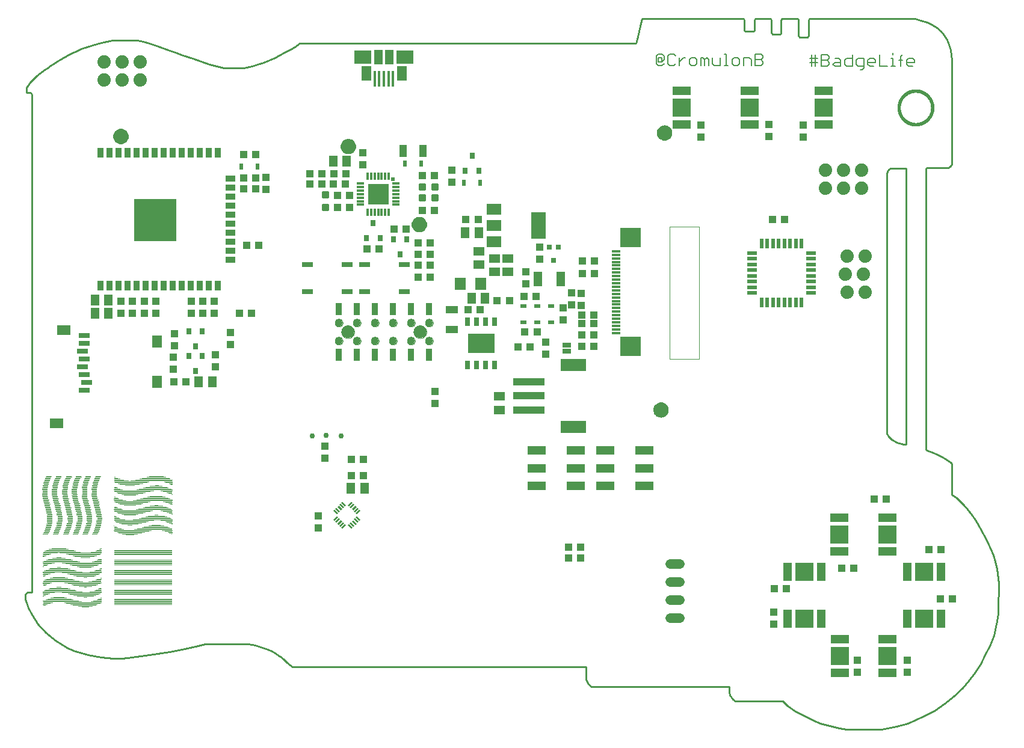
<source format=gts>
G75*
%MOIN*%
%OFA0B0*%
%FSLAX25Y25*%
%IPPOS*%
%LPD*%
%AMOC8*
5,1,8,0,0,1.08239X$1,22.5*
%
%ADD10C,0.00000*%
%ADD11C,0.00394*%
%ADD12C,0.07087*%
%ADD13R,0.04000X0.00333*%
%ADD14R,0.08000X0.00333*%
%ADD15R,0.00670X0.00334*%
%ADD16R,0.10670X0.00334*%
%ADD17R,0.01340X0.00333*%
%ADD18R,0.13000X0.00333*%
%ADD19R,0.02340X0.00333*%
%ADD20R,0.15000X0.00333*%
%ADD21R,0.32000X0.00333*%
%ADD22R,0.03340X0.00334*%
%ADD23R,0.17000X0.00334*%
%ADD24R,0.32330X0.00334*%
%ADD25R,0.19000X0.00333*%
%ADD26R,0.32330X0.00333*%
%ADD27R,0.05340X0.00333*%
%ADD28R,0.20670X0.00333*%
%ADD29R,0.08000X0.00334*%
%ADD30R,0.23000X0.00334*%
%ADD31R,0.21340X0.00333*%
%ADD32R,0.06000X0.00333*%
%ADD33R,0.19670X0.00333*%
%ADD34R,0.04670X0.00333*%
%ADD35R,0.17330X0.00334*%
%ADD36R,0.03670X0.00334*%
%ADD37R,0.15660X0.00333*%
%ADD38R,0.02670X0.00333*%
%ADD39R,0.13660X0.00333*%
%ADD40R,0.02000X0.00333*%
%ADD41R,0.11330X0.00334*%
%ADD42R,0.01340X0.00334*%
%ADD43R,0.09000X0.00333*%
%ADD44R,0.00670X0.00333*%
%ADD45R,0.05670X0.00333*%
%ADD46R,0.02330X0.00333*%
%ADD47R,0.07000X0.00334*%
%ADD48R,0.00340X0.00333*%
%ADD49R,0.09330X0.00333*%
%ADD50R,0.12340X0.00333*%
%ADD51R,0.02000X0.00334*%
%ADD52R,0.14340X0.00334*%
%ADD53R,0.16330X0.00333*%
%ADD54R,0.03670X0.00333*%
%ADD55R,0.18000X0.00333*%
%ADD56R,0.05000X0.00334*%
%ADD57R,0.20000X0.00334*%
%ADD58R,0.06340X0.00333*%
%ADD59R,0.21670X0.00333*%
%ADD60R,0.06670X0.00333*%
%ADD61R,0.18330X0.00333*%
%ADD62R,0.16670X0.00333*%
%ADD63R,0.03000X0.00333*%
%ADD64R,0.02340X0.00334*%
%ADD65R,0.12000X0.00333*%
%ADD66R,0.01670X0.00333*%
%ADD67R,0.09670X0.00333*%
%ADD68R,0.01000X0.00333*%
%ADD69R,0.06660X0.00334*%
%ADD70R,0.02660X0.00333*%
%ADD71R,0.01330X0.00333*%
%ADD72R,0.07330X0.00333*%
%ADD73R,0.10000X0.00334*%
%ADD74R,0.14340X0.00333*%
%ADD75R,0.03000X0.00334*%
%ADD76R,0.16330X0.00334*%
%ADD77R,0.05000X0.00333*%
%ADD78R,0.20340X0.00333*%
%ADD79R,0.06670X0.00334*%
%ADD80R,0.22000X0.00334*%
%ADD81R,0.22000X0.00333*%
%ADD82R,0.07000X0.00333*%
%ADD83R,0.20000X0.00333*%
%ADD84R,0.18330X0.00334*%
%ADD85R,0.04000X0.00334*%
%ADD86R,0.16340X0.00333*%
%ADD87R,0.12000X0.00334*%
%ADD88R,0.06660X0.00333*%
%ADD89R,0.01000X0.00334*%
%ADD90R,0.07330X0.00334*%
%ADD91R,0.10000X0.00333*%
%ADD92R,0.14670X0.00334*%
%ADD93R,0.20340X0.00334*%
%ADD94R,0.16000X0.00333*%
%ADD95R,0.14000X0.00334*%
%ADD96R,0.02330X0.00334*%
%ADD97R,0.14000X0.00333*%
%ADD98R,0.18000X0.00334*%
%ADD99R,0.21670X0.00334*%
%ADD100R,0.18660X0.00333*%
%ADD101R,0.16670X0.00334*%
%ADD102R,0.12670X0.00333*%
%ADD103R,0.09670X0.00334*%
%ADD104R,0.07340X0.00333*%
%ADD105R,0.05330X0.00333*%
%ADD106R,0.00340X0.00334*%
%ADD107R,0.08670X0.00334*%
%ADD108R,0.11000X0.00333*%
%ADD109R,0.13330X0.00333*%
%ADD110R,0.15330X0.00334*%
%ADD111R,0.03340X0.00333*%
%ADD112R,0.17340X0.00333*%
%ADD113R,0.04340X0.00333*%
%ADD114R,0.19330X0.00333*%
%ADD115R,0.05670X0.00334*%
%ADD116R,0.21000X0.00334*%
%ADD117R,0.23340X0.00333*%
%ADD118R,0.19340X0.00334*%
%ADD119R,0.04340X0.00334*%
%ADD120R,0.17330X0.00333*%
%ADD121R,0.15330X0.00333*%
%ADD122R,0.13330X0.00334*%
%ADD123R,0.01670X0.00334*%
%ADD124R,0.08330X0.00333*%
%ADD125R,0.04660X0.00334*%
%ADD126R,0.08340X0.00333*%
%ADD127R,0.00330X0.00333*%
%ADD128R,0.11000X0.00334*%
%ADD129R,0.15340X0.00333*%
%ADD130R,0.03330X0.00334*%
%ADD131R,0.04330X0.00333*%
%ADD132R,0.21000X0.00333*%
%ADD133R,0.05660X0.00333*%
%ADD134R,0.19340X0.00333*%
%ADD135R,0.02670X0.00334*%
%ADD136R,0.01660X0.00333*%
%ADD137R,0.02660X0.00334*%
%ADD138R,0.10660X0.00334*%
%ADD139R,0.08660X0.00333*%
%ADD140R,0.09660X0.00333*%
%ADD141R,0.14330X0.00334*%
%ADD142R,0.16660X0.00333*%
%ADD143R,0.18670X0.00333*%
%ADD144R,0.20330X0.00334*%
%ADD145R,0.05330X0.00334*%
%ADD146R,0.06330X0.00333*%
%ADD147R,0.03660X0.00333*%
%ADD148R,0.00660X0.00333*%
%ADD149R,0.09340X0.00333*%
%ADD150R,0.06330X0.00334*%
%ADD151R,0.01330X0.00334*%
%ADD152R,0.14330X0.00333*%
%ADD153R,0.21660X0.00333*%
%ADD154R,0.03330X0.00333*%
%ADD155R,0.20330X0.00333*%
%ADD156R,0.16340X0.00334*%
%ADD157R,0.12330X0.00333*%
%ADD158R,0.00660X0.00334*%
%ADD159R,0.09660X0.00334*%
%ADD160R,0.21660X0.00334*%
%ADD161R,0.03660X0.00334*%
%ADD162R,0.09340X0.00334*%
%ADD163R,0.09000X0.00334*%
%ADD164R,0.00330X0.00334*%
%ADD165R,0.13670X0.00333*%
%ADD166R,0.15670X0.00334*%
%ADD167R,0.17670X0.00333*%
%ADD168R,0.19660X0.00333*%
%ADD169R,0.21330X0.00334*%
%ADD170R,0.06000X0.00334*%
%ADD171R,0.23000X0.00333*%
%ADD172R,0.18670X0.00334*%
%ADD173R,0.17000X0.00333*%
%ADD174R,0.01660X0.00334*%
%ADD175R,0.12660X0.00334*%
%ADD176R,0.10660X0.00333*%
%ADD177C,0.00600*%
%ADD178C,0.01000*%
%ADD179R,0.01575X0.04134*%
%ADD180R,0.01969X0.01969*%
%ADD181R,0.11811X0.11811*%
%ADD182R,0.04134X0.01575*%
%ADD183R,0.04528X0.08268*%
%ADD184R,0.01772X0.09055*%
%ADD185R,0.09350X0.07480*%
%ADD186R,0.05807X0.08268*%
%ADD187R,0.05118X0.05906*%
%ADD188R,0.03937X0.07087*%
%ADD189R,0.02480X0.03268*%
%ADD190R,0.03150X0.03543*%
%ADD191R,0.03937X0.04331*%
%ADD192R,0.04331X0.03937*%
%ADD193R,0.02756X0.02756*%
%ADD194R,0.03268X0.02480*%
%ADD195R,0.05906X0.05118*%
%ADD196R,0.11811X0.10630*%
%ADD197R,0.04724X0.01181*%
%ADD198R,0.04724X0.07874*%
%ADD199R,0.07874X0.05906*%
%ADD200R,0.07874X0.14961*%
%ADD201R,0.05512X0.07087*%
%ADD202R,0.07480X0.05512*%
%ADD203R,0.05906X0.03150*%
%ADD204C,0.01181*%
%ADD205C,0.00500*%
%ADD206R,0.03543X0.05512*%
%ADD207R,0.05512X0.03543*%
%ADD208R,0.23622X0.23622*%
%ADD209R,0.07087X0.03937*%
%ADD210R,0.17717X0.03937*%
%ADD211R,0.14173X0.06693*%
%ADD212C,0.03000*%
%ADD213R,0.06000X0.03000*%
%ADD214R,0.03543X0.07087*%
%ADD215C,0.04331*%
%ADD216R,0.02992X0.05000*%
%ADD217R,0.14567X0.10630*%
%ADD218R,0.05000X0.02500*%
%ADD219R,0.01000X0.02800*%
%ADD220R,0.06299X0.07098*%
%ADD221R,0.02000X0.05800*%
%ADD222R,0.05800X0.02000*%
%ADD223R,0.10236X0.04724*%
%ADD224R,0.10000X0.10000*%
%ADD225R,0.04724X0.10236*%
%ADD226C,0.05400*%
%ADD227C,0.07400*%
%ADD228R,0.09843X0.04724*%
D10*
X0182105Y0257072D02*
X0182107Y0257165D01*
X0182113Y0257257D01*
X0182123Y0257349D01*
X0182137Y0257440D01*
X0182154Y0257531D01*
X0182176Y0257621D01*
X0182201Y0257710D01*
X0182230Y0257798D01*
X0182263Y0257884D01*
X0182300Y0257969D01*
X0182340Y0258053D01*
X0182384Y0258134D01*
X0182431Y0258214D01*
X0182481Y0258292D01*
X0182535Y0258367D01*
X0182592Y0258440D01*
X0182652Y0258510D01*
X0182715Y0258578D01*
X0182781Y0258643D01*
X0182849Y0258705D01*
X0182920Y0258765D01*
X0182994Y0258821D01*
X0183070Y0258874D01*
X0183148Y0258923D01*
X0183228Y0258970D01*
X0183310Y0259012D01*
X0183394Y0259052D01*
X0183479Y0259087D01*
X0183566Y0259119D01*
X0183654Y0259148D01*
X0183743Y0259172D01*
X0183833Y0259193D01*
X0183924Y0259209D01*
X0184016Y0259222D01*
X0184108Y0259231D01*
X0184201Y0259236D01*
X0184293Y0259237D01*
X0184386Y0259234D01*
X0184478Y0259227D01*
X0184570Y0259216D01*
X0184661Y0259201D01*
X0184752Y0259183D01*
X0184842Y0259160D01*
X0184930Y0259134D01*
X0185018Y0259104D01*
X0185104Y0259070D01*
X0185188Y0259033D01*
X0185271Y0258991D01*
X0185352Y0258947D01*
X0185432Y0258899D01*
X0185509Y0258848D01*
X0185583Y0258793D01*
X0185656Y0258735D01*
X0185726Y0258675D01*
X0185793Y0258611D01*
X0185857Y0258545D01*
X0185919Y0258475D01*
X0185977Y0258404D01*
X0186032Y0258330D01*
X0186084Y0258253D01*
X0186133Y0258174D01*
X0186179Y0258094D01*
X0186221Y0258011D01*
X0186259Y0257927D01*
X0186294Y0257841D01*
X0186325Y0257754D01*
X0186352Y0257666D01*
X0186375Y0257576D01*
X0186395Y0257486D01*
X0186411Y0257395D01*
X0186423Y0257303D01*
X0186431Y0257211D01*
X0186435Y0257118D01*
X0186435Y0257026D01*
X0186431Y0256933D01*
X0186423Y0256841D01*
X0186411Y0256749D01*
X0186395Y0256658D01*
X0186375Y0256568D01*
X0186352Y0256478D01*
X0186325Y0256390D01*
X0186294Y0256303D01*
X0186259Y0256217D01*
X0186221Y0256133D01*
X0186179Y0256050D01*
X0186133Y0255970D01*
X0186084Y0255891D01*
X0186032Y0255814D01*
X0185977Y0255740D01*
X0185919Y0255669D01*
X0185857Y0255599D01*
X0185793Y0255533D01*
X0185726Y0255469D01*
X0185656Y0255409D01*
X0185583Y0255351D01*
X0185509Y0255296D01*
X0185432Y0255245D01*
X0185353Y0255197D01*
X0185271Y0255153D01*
X0185188Y0255111D01*
X0185104Y0255074D01*
X0185018Y0255040D01*
X0184930Y0255010D01*
X0184842Y0254984D01*
X0184752Y0254961D01*
X0184661Y0254943D01*
X0184570Y0254928D01*
X0184478Y0254917D01*
X0184386Y0254910D01*
X0184293Y0254907D01*
X0184201Y0254908D01*
X0184108Y0254913D01*
X0184016Y0254922D01*
X0183924Y0254935D01*
X0183833Y0254951D01*
X0183743Y0254972D01*
X0183654Y0254996D01*
X0183566Y0255025D01*
X0183479Y0255057D01*
X0183394Y0255092D01*
X0183310Y0255132D01*
X0183228Y0255174D01*
X0183148Y0255221D01*
X0183070Y0255270D01*
X0182994Y0255323D01*
X0182920Y0255379D01*
X0182849Y0255439D01*
X0182781Y0255501D01*
X0182715Y0255566D01*
X0182652Y0255634D01*
X0182592Y0255704D01*
X0182535Y0255777D01*
X0182481Y0255852D01*
X0182431Y0255930D01*
X0182384Y0256010D01*
X0182340Y0256091D01*
X0182300Y0256175D01*
X0182263Y0256260D01*
X0182230Y0256346D01*
X0182201Y0256434D01*
X0182176Y0256523D01*
X0182154Y0256613D01*
X0182137Y0256704D01*
X0182123Y0256795D01*
X0182113Y0256887D01*
X0182107Y0256979D01*
X0182105Y0257072D01*
X0185727Y0262072D02*
X0185729Y0262190D01*
X0185735Y0262309D01*
X0185745Y0262427D01*
X0185759Y0262544D01*
X0185776Y0262661D01*
X0185798Y0262778D01*
X0185824Y0262893D01*
X0185853Y0263008D01*
X0185886Y0263122D01*
X0185923Y0263234D01*
X0185964Y0263345D01*
X0186008Y0263455D01*
X0186056Y0263563D01*
X0186108Y0263670D01*
X0186163Y0263775D01*
X0186222Y0263878D01*
X0186284Y0263978D01*
X0186349Y0264077D01*
X0186418Y0264174D01*
X0186489Y0264268D01*
X0186564Y0264359D01*
X0186642Y0264449D01*
X0186723Y0264535D01*
X0186807Y0264619D01*
X0186893Y0264700D01*
X0186983Y0264778D01*
X0187074Y0264853D01*
X0187168Y0264924D01*
X0187265Y0264993D01*
X0187364Y0265058D01*
X0187464Y0265120D01*
X0187567Y0265179D01*
X0187672Y0265234D01*
X0187779Y0265286D01*
X0187887Y0265334D01*
X0187997Y0265378D01*
X0188108Y0265419D01*
X0188220Y0265456D01*
X0188334Y0265489D01*
X0188449Y0265518D01*
X0188564Y0265544D01*
X0188681Y0265566D01*
X0188798Y0265583D01*
X0188915Y0265597D01*
X0189033Y0265607D01*
X0189152Y0265613D01*
X0189270Y0265615D01*
X0189388Y0265613D01*
X0189507Y0265607D01*
X0189625Y0265597D01*
X0189742Y0265583D01*
X0189859Y0265566D01*
X0189976Y0265544D01*
X0190091Y0265518D01*
X0190206Y0265489D01*
X0190320Y0265456D01*
X0190432Y0265419D01*
X0190543Y0265378D01*
X0190653Y0265334D01*
X0190761Y0265286D01*
X0190868Y0265234D01*
X0190973Y0265179D01*
X0191076Y0265120D01*
X0191176Y0265058D01*
X0191275Y0264993D01*
X0191372Y0264924D01*
X0191466Y0264853D01*
X0191557Y0264778D01*
X0191647Y0264700D01*
X0191733Y0264619D01*
X0191817Y0264535D01*
X0191898Y0264449D01*
X0191976Y0264359D01*
X0192051Y0264268D01*
X0192122Y0264174D01*
X0192191Y0264077D01*
X0192256Y0263978D01*
X0192318Y0263878D01*
X0192377Y0263775D01*
X0192432Y0263670D01*
X0192484Y0263563D01*
X0192532Y0263455D01*
X0192576Y0263345D01*
X0192617Y0263234D01*
X0192654Y0263122D01*
X0192687Y0263008D01*
X0192716Y0262893D01*
X0192742Y0262778D01*
X0192764Y0262661D01*
X0192781Y0262544D01*
X0192795Y0262427D01*
X0192805Y0262309D01*
X0192811Y0262190D01*
X0192813Y0262072D01*
X0192811Y0261954D01*
X0192805Y0261835D01*
X0192795Y0261717D01*
X0192781Y0261600D01*
X0192764Y0261483D01*
X0192742Y0261366D01*
X0192716Y0261251D01*
X0192687Y0261136D01*
X0192654Y0261022D01*
X0192617Y0260910D01*
X0192576Y0260799D01*
X0192532Y0260689D01*
X0192484Y0260581D01*
X0192432Y0260474D01*
X0192377Y0260369D01*
X0192318Y0260266D01*
X0192256Y0260166D01*
X0192191Y0260067D01*
X0192122Y0259970D01*
X0192051Y0259876D01*
X0191976Y0259785D01*
X0191898Y0259695D01*
X0191817Y0259609D01*
X0191733Y0259525D01*
X0191647Y0259444D01*
X0191557Y0259366D01*
X0191466Y0259291D01*
X0191372Y0259220D01*
X0191275Y0259151D01*
X0191176Y0259086D01*
X0191076Y0259024D01*
X0190973Y0258965D01*
X0190868Y0258910D01*
X0190761Y0258858D01*
X0190653Y0258810D01*
X0190543Y0258766D01*
X0190432Y0258725D01*
X0190320Y0258688D01*
X0190206Y0258655D01*
X0190091Y0258626D01*
X0189976Y0258600D01*
X0189859Y0258578D01*
X0189742Y0258561D01*
X0189625Y0258547D01*
X0189507Y0258537D01*
X0189388Y0258531D01*
X0189270Y0258529D01*
X0189152Y0258531D01*
X0189033Y0258537D01*
X0188915Y0258547D01*
X0188798Y0258561D01*
X0188681Y0258578D01*
X0188564Y0258600D01*
X0188449Y0258626D01*
X0188334Y0258655D01*
X0188220Y0258688D01*
X0188108Y0258725D01*
X0187997Y0258766D01*
X0187887Y0258810D01*
X0187779Y0258858D01*
X0187672Y0258910D01*
X0187567Y0258965D01*
X0187464Y0259024D01*
X0187364Y0259086D01*
X0187265Y0259151D01*
X0187168Y0259220D01*
X0187074Y0259291D01*
X0186983Y0259366D01*
X0186893Y0259444D01*
X0186807Y0259525D01*
X0186723Y0259609D01*
X0186642Y0259695D01*
X0186564Y0259785D01*
X0186489Y0259876D01*
X0186418Y0259970D01*
X0186349Y0260067D01*
X0186284Y0260166D01*
X0186222Y0260266D01*
X0186163Y0260369D01*
X0186108Y0260474D01*
X0186056Y0260581D01*
X0186008Y0260689D01*
X0185964Y0260799D01*
X0185923Y0260910D01*
X0185886Y0261022D01*
X0185853Y0261136D01*
X0185824Y0261251D01*
X0185798Y0261366D01*
X0185776Y0261483D01*
X0185759Y0261600D01*
X0185745Y0261717D01*
X0185735Y0261835D01*
X0185729Y0261954D01*
X0185727Y0262072D01*
X0182105Y0267072D02*
X0182107Y0267165D01*
X0182113Y0267257D01*
X0182123Y0267349D01*
X0182137Y0267440D01*
X0182154Y0267531D01*
X0182176Y0267621D01*
X0182201Y0267710D01*
X0182230Y0267798D01*
X0182263Y0267884D01*
X0182300Y0267969D01*
X0182340Y0268053D01*
X0182384Y0268134D01*
X0182431Y0268214D01*
X0182481Y0268292D01*
X0182535Y0268367D01*
X0182592Y0268440D01*
X0182652Y0268510D01*
X0182715Y0268578D01*
X0182781Y0268643D01*
X0182849Y0268705D01*
X0182920Y0268765D01*
X0182994Y0268821D01*
X0183070Y0268874D01*
X0183148Y0268923D01*
X0183228Y0268970D01*
X0183310Y0269012D01*
X0183394Y0269052D01*
X0183479Y0269087D01*
X0183566Y0269119D01*
X0183654Y0269148D01*
X0183743Y0269172D01*
X0183833Y0269193D01*
X0183924Y0269209D01*
X0184016Y0269222D01*
X0184108Y0269231D01*
X0184201Y0269236D01*
X0184293Y0269237D01*
X0184386Y0269234D01*
X0184478Y0269227D01*
X0184570Y0269216D01*
X0184661Y0269201D01*
X0184752Y0269183D01*
X0184842Y0269160D01*
X0184930Y0269134D01*
X0185018Y0269104D01*
X0185104Y0269070D01*
X0185188Y0269033D01*
X0185271Y0268991D01*
X0185352Y0268947D01*
X0185432Y0268899D01*
X0185509Y0268848D01*
X0185583Y0268793D01*
X0185656Y0268735D01*
X0185726Y0268675D01*
X0185793Y0268611D01*
X0185857Y0268545D01*
X0185919Y0268475D01*
X0185977Y0268404D01*
X0186032Y0268330D01*
X0186084Y0268253D01*
X0186133Y0268174D01*
X0186179Y0268094D01*
X0186221Y0268011D01*
X0186259Y0267927D01*
X0186294Y0267841D01*
X0186325Y0267754D01*
X0186352Y0267666D01*
X0186375Y0267576D01*
X0186395Y0267486D01*
X0186411Y0267395D01*
X0186423Y0267303D01*
X0186431Y0267211D01*
X0186435Y0267118D01*
X0186435Y0267026D01*
X0186431Y0266933D01*
X0186423Y0266841D01*
X0186411Y0266749D01*
X0186395Y0266658D01*
X0186375Y0266568D01*
X0186352Y0266478D01*
X0186325Y0266390D01*
X0186294Y0266303D01*
X0186259Y0266217D01*
X0186221Y0266133D01*
X0186179Y0266050D01*
X0186133Y0265970D01*
X0186084Y0265891D01*
X0186032Y0265814D01*
X0185977Y0265740D01*
X0185919Y0265669D01*
X0185857Y0265599D01*
X0185793Y0265533D01*
X0185726Y0265469D01*
X0185656Y0265409D01*
X0185583Y0265351D01*
X0185509Y0265296D01*
X0185432Y0265245D01*
X0185353Y0265197D01*
X0185271Y0265153D01*
X0185188Y0265111D01*
X0185104Y0265074D01*
X0185018Y0265040D01*
X0184930Y0265010D01*
X0184842Y0264984D01*
X0184752Y0264961D01*
X0184661Y0264943D01*
X0184570Y0264928D01*
X0184478Y0264917D01*
X0184386Y0264910D01*
X0184293Y0264907D01*
X0184201Y0264908D01*
X0184108Y0264913D01*
X0184016Y0264922D01*
X0183924Y0264935D01*
X0183833Y0264951D01*
X0183743Y0264972D01*
X0183654Y0264996D01*
X0183566Y0265025D01*
X0183479Y0265057D01*
X0183394Y0265092D01*
X0183310Y0265132D01*
X0183228Y0265174D01*
X0183148Y0265221D01*
X0183070Y0265270D01*
X0182994Y0265323D01*
X0182920Y0265379D01*
X0182849Y0265439D01*
X0182781Y0265501D01*
X0182715Y0265566D01*
X0182652Y0265634D01*
X0182592Y0265704D01*
X0182535Y0265777D01*
X0182481Y0265852D01*
X0182431Y0265930D01*
X0182384Y0266010D01*
X0182340Y0266091D01*
X0182300Y0266175D01*
X0182263Y0266260D01*
X0182230Y0266346D01*
X0182201Y0266434D01*
X0182176Y0266523D01*
X0182154Y0266613D01*
X0182137Y0266704D01*
X0182123Y0266795D01*
X0182113Y0266887D01*
X0182107Y0266979D01*
X0182105Y0267072D01*
X0192105Y0267072D02*
X0192107Y0267165D01*
X0192113Y0267257D01*
X0192123Y0267349D01*
X0192137Y0267440D01*
X0192154Y0267531D01*
X0192176Y0267621D01*
X0192201Y0267710D01*
X0192230Y0267798D01*
X0192263Y0267884D01*
X0192300Y0267969D01*
X0192340Y0268053D01*
X0192384Y0268134D01*
X0192431Y0268214D01*
X0192481Y0268292D01*
X0192535Y0268367D01*
X0192592Y0268440D01*
X0192652Y0268510D01*
X0192715Y0268578D01*
X0192781Y0268643D01*
X0192849Y0268705D01*
X0192920Y0268765D01*
X0192994Y0268821D01*
X0193070Y0268874D01*
X0193148Y0268923D01*
X0193228Y0268970D01*
X0193310Y0269012D01*
X0193394Y0269052D01*
X0193479Y0269087D01*
X0193566Y0269119D01*
X0193654Y0269148D01*
X0193743Y0269172D01*
X0193833Y0269193D01*
X0193924Y0269209D01*
X0194016Y0269222D01*
X0194108Y0269231D01*
X0194201Y0269236D01*
X0194293Y0269237D01*
X0194386Y0269234D01*
X0194478Y0269227D01*
X0194570Y0269216D01*
X0194661Y0269201D01*
X0194752Y0269183D01*
X0194842Y0269160D01*
X0194930Y0269134D01*
X0195018Y0269104D01*
X0195104Y0269070D01*
X0195188Y0269033D01*
X0195271Y0268991D01*
X0195352Y0268947D01*
X0195432Y0268899D01*
X0195509Y0268848D01*
X0195583Y0268793D01*
X0195656Y0268735D01*
X0195726Y0268675D01*
X0195793Y0268611D01*
X0195857Y0268545D01*
X0195919Y0268475D01*
X0195977Y0268404D01*
X0196032Y0268330D01*
X0196084Y0268253D01*
X0196133Y0268174D01*
X0196179Y0268094D01*
X0196221Y0268011D01*
X0196259Y0267927D01*
X0196294Y0267841D01*
X0196325Y0267754D01*
X0196352Y0267666D01*
X0196375Y0267576D01*
X0196395Y0267486D01*
X0196411Y0267395D01*
X0196423Y0267303D01*
X0196431Y0267211D01*
X0196435Y0267118D01*
X0196435Y0267026D01*
X0196431Y0266933D01*
X0196423Y0266841D01*
X0196411Y0266749D01*
X0196395Y0266658D01*
X0196375Y0266568D01*
X0196352Y0266478D01*
X0196325Y0266390D01*
X0196294Y0266303D01*
X0196259Y0266217D01*
X0196221Y0266133D01*
X0196179Y0266050D01*
X0196133Y0265970D01*
X0196084Y0265891D01*
X0196032Y0265814D01*
X0195977Y0265740D01*
X0195919Y0265669D01*
X0195857Y0265599D01*
X0195793Y0265533D01*
X0195726Y0265469D01*
X0195656Y0265409D01*
X0195583Y0265351D01*
X0195509Y0265296D01*
X0195432Y0265245D01*
X0195353Y0265197D01*
X0195271Y0265153D01*
X0195188Y0265111D01*
X0195104Y0265074D01*
X0195018Y0265040D01*
X0194930Y0265010D01*
X0194842Y0264984D01*
X0194752Y0264961D01*
X0194661Y0264943D01*
X0194570Y0264928D01*
X0194478Y0264917D01*
X0194386Y0264910D01*
X0194293Y0264907D01*
X0194201Y0264908D01*
X0194108Y0264913D01*
X0194016Y0264922D01*
X0193924Y0264935D01*
X0193833Y0264951D01*
X0193743Y0264972D01*
X0193654Y0264996D01*
X0193566Y0265025D01*
X0193479Y0265057D01*
X0193394Y0265092D01*
X0193310Y0265132D01*
X0193228Y0265174D01*
X0193148Y0265221D01*
X0193070Y0265270D01*
X0192994Y0265323D01*
X0192920Y0265379D01*
X0192849Y0265439D01*
X0192781Y0265501D01*
X0192715Y0265566D01*
X0192652Y0265634D01*
X0192592Y0265704D01*
X0192535Y0265777D01*
X0192481Y0265852D01*
X0192431Y0265930D01*
X0192384Y0266010D01*
X0192340Y0266091D01*
X0192300Y0266175D01*
X0192263Y0266260D01*
X0192230Y0266346D01*
X0192201Y0266434D01*
X0192176Y0266523D01*
X0192154Y0266613D01*
X0192137Y0266704D01*
X0192123Y0266795D01*
X0192113Y0266887D01*
X0192107Y0266979D01*
X0192105Y0267072D01*
X0192105Y0257072D02*
X0192107Y0257165D01*
X0192113Y0257257D01*
X0192123Y0257349D01*
X0192137Y0257440D01*
X0192154Y0257531D01*
X0192176Y0257621D01*
X0192201Y0257710D01*
X0192230Y0257798D01*
X0192263Y0257884D01*
X0192300Y0257969D01*
X0192340Y0258053D01*
X0192384Y0258134D01*
X0192431Y0258214D01*
X0192481Y0258292D01*
X0192535Y0258367D01*
X0192592Y0258440D01*
X0192652Y0258510D01*
X0192715Y0258578D01*
X0192781Y0258643D01*
X0192849Y0258705D01*
X0192920Y0258765D01*
X0192994Y0258821D01*
X0193070Y0258874D01*
X0193148Y0258923D01*
X0193228Y0258970D01*
X0193310Y0259012D01*
X0193394Y0259052D01*
X0193479Y0259087D01*
X0193566Y0259119D01*
X0193654Y0259148D01*
X0193743Y0259172D01*
X0193833Y0259193D01*
X0193924Y0259209D01*
X0194016Y0259222D01*
X0194108Y0259231D01*
X0194201Y0259236D01*
X0194293Y0259237D01*
X0194386Y0259234D01*
X0194478Y0259227D01*
X0194570Y0259216D01*
X0194661Y0259201D01*
X0194752Y0259183D01*
X0194842Y0259160D01*
X0194930Y0259134D01*
X0195018Y0259104D01*
X0195104Y0259070D01*
X0195188Y0259033D01*
X0195271Y0258991D01*
X0195352Y0258947D01*
X0195432Y0258899D01*
X0195509Y0258848D01*
X0195583Y0258793D01*
X0195656Y0258735D01*
X0195726Y0258675D01*
X0195793Y0258611D01*
X0195857Y0258545D01*
X0195919Y0258475D01*
X0195977Y0258404D01*
X0196032Y0258330D01*
X0196084Y0258253D01*
X0196133Y0258174D01*
X0196179Y0258094D01*
X0196221Y0258011D01*
X0196259Y0257927D01*
X0196294Y0257841D01*
X0196325Y0257754D01*
X0196352Y0257666D01*
X0196375Y0257576D01*
X0196395Y0257486D01*
X0196411Y0257395D01*
X0196423Y0257303D01*
X0196431Y0257211D01*
X0196435Y0257118D01*
X0196435Y0257026D01*
X0196431Y0256933D01*
X0196423Y0256841D01*
X0196411Y0256749D01*
X0196395Y0256658D01*
X0196375Y0256568D01*
X0196352Y0256478D01*
X0196325Y0256390D01*
X0196294Y0256303D01*
X0196259Y0256217D01*
X0196221Y0256133D01*
X0196179Y0256050D01*
X0196133Y0255970D01*
X0196084Y0255891D01*
X0196032Y0255814D01*
X0195977Y0255740D01*
X0195919Y0255669D01*
X0195857Y0255599D01*
X0195793Y0255533D01*
X0195726Y0255469D01*
X0195656Y0255409D01*
X0195583Y0255351D01*
X0195509Y0255296D01*
X0195432Y0255245D01*
X0195353Y0255197D01*
X0195271Y0255153D01*
X0195188Y0255111D01*
X0195104Y0255074D01*
X0195018Y0255040D01*
X0194930Y0255010D01*
X0194842Y0254984D01*
X0194752Y0254961D01*
X0194661Y0254943D01*
X0194570Y0254928D01*
X0194478Y0254917D01*
X0194386Y0254910D01*
X0194293Y0254907D01*
X0194201Y0254908D01*
X0194108Y0254913D01*
X0194016Y0254922D01*
X0193924Y0254935D01*
X0193833Y0254951D01*
X0193743Y0254972D01*
X0193654Y0254996D01*
X0193566Y0255025D01*
X0193479Y0255057D01*
X0193394Y0255092D01*
X0193310Y0255132D01*
X0193228Y0255174D01*
X0193148Y0255221D01*
X0193070Y0255270D01*
X0192994Y0255323D01*
X0192920Y0255379D01*
X0192849Y0255439D01*
X0192781Y0255501D01*
X0192715Y0255566D01*
X0192652Y0255634D01*
X0192592Y0255704D01*
X0192535Y0255777D01*
X0192481Y0255852D01*
X0192431Y0255930D01*
X0192384Y0256010D01*
X0192340Y0256091D01*
X0192300Y0256175D01*
X0192263Y0256260D01*
X0192230Y0256346D01*
X0192201Y0256434D01*
X0192176Y0256523D01*
X0192154Y0256613D01*
X0192137Y0256704D01*
X0192123Y0256795D01*
X0192113Y0256887D01*
X0192107Y0256979D01*
X0192105Y0257072D01*
X0202105Y0257072D02*
X0202107Y0257165D01*
X0202113Y0257257D01*
X0202123Y0257349D01*
X0202137Y0257440D01*
X0202154Y0257531D01*
X0202176Y0257621D01*
X0202201Y0257710D01*
X0202230Y0257798D01*
X0202263Y0257884D01*
X0202300Y0257969D01*
X0202340Y0258053D01*
X0202384Y0258134D01*
X0202431Y0258214D01*
X0202481Y0258292D01*
X0202535Y0258367D01*
X0202592Y0258440D01*
X0202652Y0258510D01*
X0202715Y0258578D01*
X0202781Y0258643D01*
X0202849Y0258705D01*
X0202920Y0258765D01*
X0202994Y0258821D01*
X0203070Y0258874D01*
X0203148Y0258923D01*
X0203228Y0258970D01*
X0203310Y0259012D01*
X0203394Y0259052D01*
X0203479Y0259087D01*
X0203566Y0259119D01*
X0203654Y0259148D01*
X0203743Y0259172D01*
X0203833Y0259193D01*
X0203924Y0259209D01*
X0204016Y0259222D01*
X0204108Y0259231D01*
X0204201Y0259236D01*
X0204293Y0259237D01*
X0204386Y0259234D01*
X0204478Y0259227D01*
X0204570Y0259216D01*
X0204661Y0259201D01*
X0204752Y0259183D01*
X0204842Y0259160D01*
X0204930Y0259134D01*
X0205018Y0259104D01*
X0205104Y0259070D01*
X0205188Y0259033D01*
X0205271Y0258991D01*
X0205352Y0258947D01*
X0205432Y0258899D01*
X0205509Y0258848D01*
X0205583Y0258793D01*
X0205656Y0258735D01*
X0205726Y0258675D01*
X0205793Y0258611D01*
X0205857Y0258545D01*
X0205919Y0258475D01*
X0205977Y0258404D01*
X0206032Y0258330D01*
X0206084Y0258253D01*
X0206133Y0258174D01*
X0206179Y0258094D01*
X0206221Y0258011D01*
X0206259Y0257927D01*
X0206294Y0257841D01*
X0206325Y0257754D01*
X0206352Y0257666D01*
X0206375Y0257576D01*
X0206395Y0257486D01*
X0206411Y0257395D01*
X0206423Y0257303D01*
X0206431Y0257211D01*
X0206435Y0257118D01*
X0206435Y0257026D01*
X0206431Y0256933D01*
X0206423Y0256841D01*
X0206411Y0256749D01*
X0206395Y0256658D01*
X0206375Y0256568D01*
X0206352Y0256478D01*
X0206325Y0256390D01*
X0206294Y0256303D01*
X0206259Y0256217D01*
X0206221Y0256133D01*
X0206179Y0256050D01*
X0206133Y0255970D01*
X0206084Y0255891D01*
X0206032Y0255814D01*
X0205977Y0255740D01*
X0205919Y0255669D01*
X0205857Y0255599D01*
X0205793Y0255533D01*
X0205726Y0255469D01*
X0205656Y0255409D01*
X0205583Y0255351D01*
X0205509Y0255296D01*
X0205432Y0255245D01*
X0205353Y0255197D01*
X0205271Y0255153D01*
X0205188Y0255111D01*
X0205104Y0255074D01*
X0205018Y0255040D01*
X0204930Y0255010D01*
X0204842Y0254984D01*
X0204752Y0254961D01*
X0204661Y0254943D01*
X0204570Y0254928D01*
X0204478Y0254917D01*
X0204386Y0254910D01*
X0204293Y0254907D01*
X0204201Y0254908D01*
X0204108Y0254913D01*
X0204016Y0254922D01*
X0203924Y0254935D01*
X0203833Y0254951D01*
X0203743Y0254972D01*
X0203654Y0254996D01*
X0203566Y0255025D01*
X0203479Y0255057D01*
X0203394Y0255092D01*
X0203310Y0255132D01*
X0203228Y0255174D01*
X0203148Y0255221D01*
X0203070Y0255270D01*
X0202994Y0255323D01*
X0202920Y0255379D01*
X0202849Y0255439D01*
X0202781Y0255501D01*
X0202715Y0255566D01*
X0202652Y0255634D01*
X0202592Y0255704D01*
X0202535Y0255777D01*
X0202481Y0255852D01*
X0202431Y0255930D01*
X0202384Y0256010D01*
X0202340Y0256091D01*
X0202300Y0256175D01*
X0202263Y0256260D01*
X0202230Y0256346D01*
X0202201Y0256434D01*
X0202176Y0256523D01*
X0202154Y0256613D01*
X0202137Y0256704D01*
X0202123Y0256795D01*
X0202113Y0256887D01*
X0202107Y0256979D01*
X0202105Y0257072D01*
X0202105Y0267072D02*
X0202107Y0267165D01*
X0202113Y0267257D01*
X0202123Y0267349D01*
X0202137Y0267440D01*
X0202154Y0267531D01*
X0202176Y0267621D01*
X0202201Y0267710D01*
X0202230Y0267798D01*
X0202263Y0267884D01*
X0202300Y0267969D01*
X0202340Y0268053D01*
X0202384Y0268134D01*
X0202431Y0268214D01*
X0202481Y0268292D01*
X0202535Y0268367D01*
X0202592Y0268440D01*
X0202652Y0268510D01*
X0202715Y0268578D01*
X0202781Y0268643D01*
X0202849Y0268705D01*
X0202920Y0268765D01*
X0202994Y0268821D01*
X0203070Y0268874D01*
X0203148Y0268923D01*
X0203228Y0268970D01*
X0203310Y0269012D01*
X0203394Y0269052D01*
X0203479Y0269087D01*
X0203566Y0269119D01*
X0203654Y0269148D01*
X0203743Y0269172D01*
X0203833Y0269193D01*
X0203924Y0269209D01*
X0204016Y0269222D01*
X0204108Y0269231D01*
X0204201Y0269236D01*
X0204293Y0269237D01*
X0204386Y0269234D01*
X0204478Y0269227D01*
X0204570Y0269216D01*
X0204661Y0269201D01*
X0204752Y0269183D01*
X0204842Y0269160D01*
X0204930Y0269134D01*
X0205018Y0269104D01*
X0205104Y0269070D01*
X0205188Y0269033D01*
X0205271Y0268991D01*
X0205352Y0268947D01*
X0205432Y0268899D01*
X0205509Y0268848D01*
X0205583Y0268793D01*
X0205656Y0268735D01*
X0205726Y0268675D01*
X0205793Y0268611D01*
X0205857Y0268545D01*
X0205919Y0268475D01*
X0205977Y0268404D01*
X0206032Y0268330D01*
X0206084Y0268253D01*
X0206133Y0268174D01*
X0206179Y0268094D01*
X0206221Y0268011D01*
X0206259Y0267927D01*
X0206294Y0267841D01*
X0206325Y0267754D01*
X0206352Y0267666D01*
X0206375Y0267576D01*
X0206395Y0267486D01*
X0206411Y0267395D01*
X0206423Y0267303D01*
X0206431Y0267211D01*
X0206435Y0267118D01*
X0206435Y0267026D01*
X0206431Y0266933D01*
X0206423Y0266841D01*
X0206411Y0266749D01*
X0206395Y0266658D01*
X0206375Y0266568D01*
X0206352Y0266478D01*
X0206325Y0266390D01*
X0206294Y0266303D01*
X0206259Y0266217D01*
X0206221Y0266133D01*
X0206179Y0266050D01*
X0206133Y0265970D01*
X0206084Y0265891D01*
X0206032Y0265814D01*
X0205977Y0265740D01*
X0205919Y0265669D01*
X0205857Y0265599D01*
X0205793Y0265533D01*
X0205726Y0265469D01*
X0205656Y0265409D01*
X0205583Y0265351D01*
X0205509Y0265296D01*
X0205432Y0265245D01*
X0205353Y0265197D01*
X0205271Y0265153D01*
X0205188Y0265111D01*
X0205104Y0265074D01*
X0205018Y0265040D01*
X0204930Y0265010D01*
X0204842Y0264984D01*
X0204752Y0264961D01*
X0204661Y0264943D01*
X0204570Y0264928D01*
X0204478Y0264917D01*
X0204386Y0264910D01*
X0204293Y0264907D01*
X0204201Y0264908D01*
X0204108Y0264913D01*
X0204016Y0264922D01*
X0203924Y0264935D01*
X0203833Y0264951D01*
X0203743Y0264972D01*
X0203654Y0264996D01*
X0203566Y0265025D01*
X0203479Y0265057D01*
X0203394Y0265092D01*
X0203310Y0265132D01*
X0203228Y0265174D01*
X0203148Y0265221D01*
X0203070Y0265270D01*
X0202994Y0265323D01*
X0202920Y0265379D01*
X0202849Y0265439D01*
X0202781Y0265501D01*
X0202715Y0265566D01*
X0202652Y0265634D01*
X0202592Y0265704D01*
X0202535Y0265777D01*
X0202481Y0265852D01*
X0202431Y0265930D01*
X0202384Y0266010D01*
X0202340Y0266091D01*
X0202300Y0266175D01*
X0202263Y0266260D01*
X0202230Y0266346D01*
X0202201Y0266434D01*
X0202176Y0266523D01*
X0202154Y0266613D01*
X0202137Y0266704D01*
X0202123Y0266795D01*
X0202113Y0266887D01*
X0202107Y0266979D01*
X0202105Y0267072D01*
X0212105Y0267072D02*
X0212107Y0267165D01*
X0212113Y0267257D01*
X0212123Y0267349D01*
X0212137Y0267440D01*
X0212154Y0267531D01*
X0212176Y0267621D01*
X0212201Y0267710D01*
X0212230Y0267798D01*
X0212263Y0267884D01*
X0212300Y0267969D01*
X0212340Y0268053D01*
X0212384Y0268134D01*
X0212431Y0268214D01*
X0212481Y0268292D01*
X0212535Y0268367D01*
X0212592Y0268440D01*
X0212652Y0268510D01*
X0212715Y0268578D01*
X0212781Y0268643D01*
X0212849Y0268705D01*
X0212920Y0268765D01*
X0212994Y0268821D01*
X0213070Y0268874D01*
X0213148Y0268923D01*
X0213228Y0268970D01*
X0213310Y0269012D01*
X0213394Y0269052D01*
X0213479Y0269087D01*
X0213566Y0269119D01*
X0213654Y0269148D01*
X0213743Y0269172D01*
X0213833Y0269193D01*
X0213924Y0269209D01*
X0214016Y0269222D01*
X0214108Y0269231D01*
X0214201Y0269236D01*
X0214293Y0269237D01*
X0214386Y0269234D01*
X0214478Y0269227D01*
X0214570Y0269216D01*
X0214661Y0269201D01*
X0214752Y0269183D01*
X0214842Y0269160D01*
X0214930Y0269134D01*
X0215018Y0269104D01*
X0215104Y0269070D01*
X0215188Y0269033D01*
X0215271Y0268991D01*
X0215352Y0268947D01*
X0215432Y0268899D01*
X0215509Y0268848D01*
X0215583Y0268793D01*
X0215656Y0268735D01*
X0215726Y0268675D01*
X0215793Y0268611D01*
X0215857Y0268545D01*
X0215919Y0268475D01*
X0215977Y0268404D01*
X0216032Y0268330D01*
X0216084Y0268253D01*
X0216133Y0268174D01*
X0216179Y0268094D01*
X0216221Y0268011D01*
X0216259Y0267927D01*
X0216294Y0267841D01*
X0216325Y0267754D01*
X0216352Y0267666D01*
X0216375Y0267576D01*
X0216395Y0267486D01*
X0216411Y0267395D01*
X0216423Y0267303D01*
X0216431Y0267211D01*
X0216435Y0267118D01*
X0216435Y0267026D01*
X0216431Y0266933D01*
X0216423Y0266841D01*
X0216411Y0266749D01*
X0216395Y0266658D01*
X0216375Y0266568D01*
X0216352Y0266478D01*
X0216325Y0266390D01*
X0216294Y0266303D01*
X0216259Y0266217D01*
X0216221Y0266133D01*
X0216179Y0266050D01*
X0216133Y0265970D01*
X0216084Y0265891D01*
X0216032Y0265814D01*
X0215977Y0265740D01*
X0215919Y0265669D01*
X0215857Y0265599D01*
X0215793Y0265533D01*
X0215726Y0265469D01*
X0215656Y0265409D01*
X0215583Y0265351D01*
X0215509Y0265296D01*
X0215432Y0265245D01*
X0215353Y0265197D01*
X0215271Y0265153D01*
X0215188Y0265111D01*
X0215104Y0265074D01*
X0215018Y0265040D01*
X0214930Y0265010D01*
X0214842Y0264984D01*
X0214752Y0264961D01*
X0214661Y0264943D01*
X0214570Y0264928D01*
X0214478Y0264917D01*
X0214386Y0264910D01*
X0214293Y0264907D01*
X0214201Y0264908D01*
X0214108Y0264913D01*
X0214016Y0264922D01*
X0213924Y0264935D01*
X0213833Y0264951D01*
X0213743Y0264972D01*
X0213654Y0264996D01*
X0213566Y0265025D01*
X0213479Y0265057D01*
X0213394Y0265092D01*
X0213310Y0265132D01*
X0213228Y0265174D01*
X0213148Y0265221D01*
X0213070Y0265270D01*
X0212994Y0265323D01*
X0212920Y0265379D01*
X0212849Y0265439D01*
X0212781Y0265501D01*
X0212715Y0265566D01*
X0212652Y0265634D01*
X0212592Y0265704D01*
X0212535Y0265777D01*
X0212481Y0265852D01*
X0212431Y0265930D01*
X0212384Y0266010D01*
X0212340Y0266091D01*
X0212300Y0266175D01*
X0212263Y0266260D01*
X0212230Y0266346D01*
X0212201Y0266434D01*
X0212176Y0266523D01*
X0212154Y0266613D01*
X0212137Y0266704D01*
X0212123Y0266795D01*
X0212113Y0266887D01*
X0212107Y0266979D01*
X0212105Y0267072D01*
X0212105Y0257072D02*
X0212107Y0257165D01*
X0212113Y0257257D01*
X0212123Y0257349D01*
X0212137Y0257440D01*
X0212154Y0257531D01*
X0212176Y0257621D01*
X0212201Y0257710D01*
X0212230Y0257798D01*
X0212263Y0257884D01*
X0212300Y0257969D01*
X0212340Y0258053D01*
X0212384Y0258134D01*
X0212431Y0258214D01*
X0212481Y0258292D01*
X0212535Y0258367D01*
X0212592Y0258440D01*
X0212652Y0258510D01*
X0212715Y0258578D01*
X0212781Y0258643D01*
X0212849Y0258705D01*
X0212920Y0258765D01*
X0212994Y0258821D01*
X0213070Y0258874D01*
X0213148Y0258923D01*
X0213228Y0258970D01*
X0213310Y0259012D01*
X0213394Y0259052D01*
X0213479Y0259087D01*
X0213566Y0259119D01*
X0213654Y0259148D01*
X0213743Y0259172D01*
X0213833Y0259193D01*
X0213924Y0259209D01*
X0214016Y0259222D01*
X0214108Y0259231D01*
X0214201Y0259236D01*
X0214293Y0259237D01*
X0214386Y0259234D01*
X0214478Y0259227D01*
X0214570Y0259216D01*
X0214661Y0259201D01*
X0214752Y0259183D01*
X0214842Y0259160D01*
X0214930Y0259134D01*
X0215018Y0259104D01*
X0215104Y0259070D01*
X0215188Y0259033D01*
X0215271Y0258991D01*
X0215352Y0258947D01*
X0215432Y0258899D01*
X0215509Y0258848D01*
X0215583Y0258793D01*
X0215656Y0258735D01*
X0215726Y0258675D01*
X0215793Y0258611D01*
X0215857Y0258545D01*
X0215919Y0258475D01*
X0215977Y0258404D01*
X0216032Y0258330D01*
X0216084Y0258253D01*
X0216133Y0258174D01*
X0216179Y0258094D01*
X0216221Y0258011D01*
X0216259Y0257927D01*
X0216294Y0257841D01*
X0216325Y0257754D01*
X0216352Y0257666D01*
X0216375Y0257576D01*
X0216395Y0257486D01*
X0216411Y0257395D01*
X0216423Y0257303D01*
X0216431Y0257211D01*
X0216435Y0257118D01*
X0216435Y0257026D01*
X0216431Y0256933D01*
X0216423Y0256841D01*
X0216411Y0256749D01*
X0216395Y0256658D01*
X0216375Y0256568D01*
X0216352Y0256478D01*
X0216325Y0256390D01*
X0216294Y0256303D01*
X0216259Y0256217D01*
X0216221Y0256133D01*
X0216179Y0256050D01*
X0216133Y0255970D01*
X0216084Y0255891D01*
X0216032Y0255814D01*
X0215977Y0255740D01*
X0215919Y0255669D01*
X0215857Y0255599D01*
X0215793Y0255533D01*
X0215726Y0255469D01*
X0215656Y0255409D01*
X0215583Y0255351D01*
X0215509Y0255296D01*
X0215432Y0255245D01*
X0215353Y0255197D01*
X0215271Y0255153D01*
X0215188Y0255111D01*
X0215104Y0255074D01*
X0215018Y0255040D01*
X0214930Y0255010D01*
X0214842Y0254984D01*
X0214752Y0254961D01*
X0214661Y0254943D01*
X0214570Y0254928D01*
X0214478Y0254917D01*
X0214386Y0254910D01*
X0214293Y0254907D01*
X0214201Y0254908D01*
X0214108Y0254913D01*
X0214016Y0254922D01*
X0213924Y0254935D01*
X0213833Y0254951D01*
X0213743Y0254972D01*
X0213654Y0254996D01*
X0213566Y0255025D01*
X0213479Y0255057D01*
X0213394Y0255092D01*
X0213310Y0255132D01*
X0213228Y0255174D01*
X0213148Y0255221D01*
X0213070Y0255270D01*
X0212994Y0255323D01*
X0212920Y0255379D01*
X0212849Y0255439D01*
X0212781Y0255501D01*
X0212715Y0255566D01*
X0212652Y0255634D01*
X0212592Y0255704D01*
X0212535Y0255777D01*
X0212481Y0255852D01*
X0212431Y0255930D01*
X0212384Y0256010D01*
X0212340Y0256091D01*
X0212300Y0256175D01*
X0212263Y0256260D01*
X0212230Y0256346D01*
X0212201Y0256434D01*
X0212176Y0256523D01*
X0212154Y0256613D01*
X0212137Y0256704D01*
X0212123Y0256795D01*
X0212113Y0256887D01*
X0212107Y0256979D01*
X0212105Y0257072D01*
X0222105Y0257072D02*
X0222107Y0257165D01*
X0222113Y0257257D01*
X0222123Y0257349D01*
X0222137Y0257440D01*
X0222154Y0257531D01*
X0222176Y0257621D01*
X0222201Y0257710D01*
X0222230Y0257798D01*
X0222263Y0257884D01*
X0222300Y0257969D01*
X0222340Y0258053D01*
X0222384Y0258134D01*
X0222431Y0258214D01*
X0222481Y0258292D01*
X0222535Y0258367D01*
X0222592Y0258440D01*
X0222652Y0258510D01*
X0222715Y0258578D01*
X0222781Y0258643D01*
X0222849Y0258705D01*
X0222920Y0258765D01*
X0222994Y0258821D01*
X0223070Y0258874D01*
X0223148Y0258923D01*
X0223228Y0258970D01*
X0223310Y0259012D01*
X0223394Y0259052D01*
X0223479Y0259087D01*
X0223566Y0259119D01*
X0223654Y0259148D01*
X0223743Y0259172D01*
X0223833Y0259193D01*
X0223924Y0259209D01*
X0224016Y0259222D01*
X0224108Y0259231D01*
X0224201Y0259236D01*
X0224293Y0259237D01*
X0224386Y0259234D01*
X0224478Y0259227D01*
X0224570Y0259216D01*
X0224661Y0259201D01*
X0224752Y0259183D01*
X0224842Y0259160D01*
X0224930Y0259134D01*
X0225018Y0259104D01*
X0225104Y0259070D01*
X0225188Y0259033D01*
X0225271Y0258991D01*
X0225352Y0258947D01*
X0225432Y0258899D01*
X0225509Y0258848D01*
X0225583Y0258793D01*
X0225656Y0258735D01*
X0225726Y0258675D01*
X0225793Y0258611D01*
X0225857Y0258545D01*
X0225919Y0258475D01*
X0225977Y0258404D01*
X0226032Y0258330D01*
X0226084Y0258253D01*
X0226133Y0258174D01*
X0226179Y0258094D01*
X0226221Y0258011D01*
X0226259Y0257927D01*
X0226294Y0257841D01*
X0226325Y0257754D01*
X0226352Y0257666D01*
X0226375Y0257576D01*
X0226395Y0257486D01*
X0226411Y0257395D01*
X0226423Y0257303D01*
X0226431Y0257211D01*
X0226435Y0257118D01*
X0226435Y0257026D01*
X0226431Y0256933D01*
X0226423Y0256841D01*
X0226411Y0256749D01*
X0226395Y0256658D01*
X0226375Y0256568D01*
X0226352Y0256478D01*
X0226325Y0256390D01*
X0226294Y0256303D01*
X0226259Y0256217D01*
X0226221Y0256133D01*
X0226179Y0256050D01*
X0226133Y0255970D01*
X0226084Y0255891D01*
X0226032Y0255814D01*
X0225977Y0255740D01*
X0225919Y0255669D01*
X0225857Y0255599D01*
X0225793Y0255533D01*
X0225726Y0255469D01*
X0225656Y0255409D01*
X0225583Y0255351D01*
X0225509Y0255296D01*
X0225432Y0255245D01*
X0225353Y0255197D01*
X0225271Y0255153D01*
X0225188Y0255111D01*
X0225104Y0255074D01*
X0225018Y0255040D01*
X0224930Y0255010D01*
X0224842Y0254984D01*
X0224752Y0254961D01*
X0224661Y0254943D01*
X0224570Y0254928D01*
X0224478Y0254917D01*
X0224386Y0254910D01*
X0224293Y0254907D01*
X0224201Y0254908D01*
X0224108Y0254913D01*
X0224016Y0254922D01*
X0223924Y0254935D01*
X0223833Y0254951D01*
X0223743Y0254972D01*
X0223654Y0254996D01*
X0223566Y0255025D01*
X0223479Y0255057D01*
X0223394Y0255092D01*
X0223310Y0255132D01*
X0223228Y0255174D01*
X0223148Y0255221D01*
X0223070Y0255270D01*
X0222994Y0255323D01*
X0222920Y0255379D01*
X0222849Y0255439D01*
X0222781Y0255501D01*
X0222715Y0255566D01*
X0222652Y0255634D01*
X0222592Y0255704D01*
X0222535Y0255777D01*
X0222481Y0255852D01*
X0222431Y0255930D01*
X0222384Y0256010D01*
X0222340Y0256091D01*
X0222300Y0256175D01*
X0222263Y0256260D01*
X0222230Y0256346D01*
X0222201Y0256434D01*
X0222176Y0256523D01*
X0222154Y0256613D01*
X0222137Y0256704D01*
X0222123Y0256795D01*
X0222113Y0256887D01*
X0222107Y0256979D01*
X0222105Y0257072D01*
X0225727Y0262072D02*
X0225729Y0262190D01*
X0225735Y0262309D01*
X0225745Y0262427D01*
X0225759Y0262544D01*
X0225776Y0262661D01*
X0225798Y0262778D01*
X0225824Y0262893D01*
X0225853Y0263008D01*
X0225886Y0263122D01*
X0225923Y0263234D01*
X0225964Y0263345D01*
X0226008Y0263455D01*
X0226056Y0263563D01*
X0226108Y0263670D01*
X0226163Y0263775D01*
X0226222Y0263878D01*
X0226284Y0263978D01*
X0226349Y0264077D01*
X0226418Y0264174D01*
X0226489Y0264268D01*
X0226564Y0264359D01*
X0226642Y0264449D01*
X0226723Y0264535D01*
X0226807Y0264619D01*
X0226893Y0264700D01*
X0226983Y0264778D01*
X0227074Y0264853D01*
X0227168Y0264924D01*
X0227265Y0264993D01*
X0227364Y0265058D01*
X0227464Y0265120D01*
X0227567Y0265179D01*
X0227672Y0265234D01*
X0227779Y0265286D01*
X0227887Y0265334D01*
X0227997Y0265378D01*
X0228108Y0265419D01*
X0228220Y0265456D01*
X0228334Y0265489D01*
X0228449Y0265518D01*
X0228564Y0265544D01*
X0228681Y0265566D01*
X0228798Y0265583D01*
X0228915Y0265597D01*
X0229033Y0265607D01*
X0229152Y0265613D01*
X0229270Y0265615D01*
X0229388Y0265613D01*
X0229507Y0265607D01*
X0229625Y0265597D01*
X0229742Y0265583D01*
X0229859Y0265566D01*
X0229976Y0265544D01*
X0230091Y0265518D01*
X0230206Y0265489D01*
X0230320Y0265456D01*
X0230432Y0265419D01*
X0230543Y0265378D01*
X0230653Y0265334D01*
X0230761Y0265286D01*
X0230868Y0265234D01*
X0230973Y0265179D01*
X0231076Y0265120D01*
X0231176Y0265058D01*
X0231275Y0264993D01*
X0231372Y0264924D01*
X0231466Y0264853D01*
X0231557Y0264778D01*
X0231647Y0264700D01*
X0231733Y0264619D01*
X0231817Y0264535D01*
X0231898Y0264449D01*
X0231976Y0264359D01*
X0232051Y0264268D01*
X0232122Y0264174D01*
X0232191Y0264077D01*
X0232256Y0263978D01*
X0232318Y0263878D01*
X0232377Y0263775D01*
X0232432Y0263670D01*
X0232484Y0263563D01*
X0232532Y0263455D01*
X0232576Y0263345D01*
X0232617Y0263234D01*
X0232654Y0263122D01*
X0232687Y0263008D01*
X0232716Y0262893D01*
X0232742Y0262778D01*
X0232764Y0262661D01*
X0232781Y0262544D01*
X0232795Y0262427D01*
X0232805Y0262309D01*
X0232811Y0262190D01*
X0232813Y0262072D01*
X0232811Y0261954D01*
X0232805Y0261835D01*
X0232795Y0261717D01*
X0232781Y0261600D01*
X0232764Y0261483D01*
X0232742Y0261366D01*
X0232716Y0261251D01*
X0232687Y0261136D01*
X0232654Y0261022D01*
X0232617Y0260910D01*
X0232576Y0260799D01*
X0232532Y0260689D01*
X0232484Y0260581D01*
X0232432Y0260474D01*
X0232377Y0260369D01*
X0232318Y0260266D01*
X0232256Y0260166D01*
X0232191Y0260067D01*
X0232122Y0259970D01*
X0232051Y0259876D01*
X0231976Y0259785D01*
X0231898Y0259695D01*
X0231817Y0259609D01*
X0231733Y0259525D01*
X0231647Y0259444D01*
X0231557Y0259366D01*
X0231466Y0259291D01*
X0231372Y0259220D01*
X0231275Y0259151D01*
X0231176Y0259086D01*
X0231076Y0259024D01*
X0230973Y0258965D01*
X0230868Y0258910D01*
X0230761Y0258858D01*
X0230653Y0258810D01*
X0230543Y0258766D01*
X0230432Y0258725D01*
X0230320Y0258688D01*
X0230206Y0258655D01*
X0230091Y0258626D01*
X0229976Y0258600D01*
X0229859Y0258578D01*
X0229742Y0258561D01*
X0229625Y0258547D01*
X0229507Y0258537D01*
X0229388Y0258531D01*
X0229270Y0258529D01*
X0229152Y0258531D01*
X0229033Y0258537D01*
X0228915Y0258547D01*
X0228798Y0258561D01*
X0228681Y0258578D01*
X0228564Y0258600D01*
X0228449Y0258626D01*
X0228334Y0258655D01*
X0228220Y0258688D01*
X0228108Y0258725D01*
X0227997Y0258766D01*
X0227887Y0258810D01*
X0227779Y0258858D01*
X0227672Y0258910D01*
X0227567Y0258965D01*
X0227464Y0259024D01*
X0227364Y0259086D01*
X0227265Y0259151D01*
X0227168Y0259220D01*
X0227074Y0259291D01*
X0226983Y0259366D01*
X0226893Y0259444D01*
X0226807Y0259525D01*
X0226723Y0259609D01*
X0226642Y0259695D01*
X0226564Y0259785D01*
X0226489Y0259876D01*
X0226418Y0259970D01*
X0226349Y0260067D01*
X0226284Y0260166D01*
X0226222Y0260266D01*
X0226163Y0260369D01*
X0226108Y0260474D01*
X0226056Y0260581D01*
X0226008Y0260689D01*
X0225964Y0260799D01*
X0225923Y0260910D01*
X0225886Y0261022D01*
X0225853Y0261136D01*
X0225824Y0261251D01*
X0225798Y0261366D01*
X0225776Y0261483D01*
X0225759Y0261600D01*
X0225745Y0261717D01*
X0225735Y0261835D01*
X0225729Y0261954D01*
X0225727Y0262072D01*
X0222105Y0267072D02*
X0222107Y0267165D01*
X0222113Y0267257D01*
X0222123Y0267349D01*
X0222137Y0267440D01*
X0222154Y0267531D01*
X0222176Y0267621D01*
X0222201Y0267710D01*
X0222230Y0267798D01*
X0222263Y0267884D01*
X0222300Y0267969D01*
X0222340Y0268053D01*
X0222384Y0268134D01*
X0222431Y0268214D01*
X0222481Y0268292D01*
X0222535Y0268367D01*
X0222592Y0268440D01*
X0222652Y0268510D01*
X0222715Y0268578D01*
X0222781Y0268643D01*
X0222849Y0268705D01*
X0222920Y0268765D01*
X0222994Y0268821D01*
X0223070Y0268874D01*
X0223148Y0268923D01*
X0223228Y0268970D01*
X0223310Y0269012D01*
X0223394Y0269052D01*
X0223479Y0269087D01*
X0223566Y0269119D01*
X0223654Y0269148D01*
X0223743Y0269172D01*
X0223833Y0269193D01*
X0223924Y0269209D01*
X0224016Y0269222D01*
X0224108Y0269231D01*
X0224201Y0269236D01*
X0224293Y0269237D01*
X0224386Y0269234D01*
X0224478Y0269227D01*
X0224570Y0269216D01*
X0224661Y0269201D01*
X0224752Y0269183D01*
X0224842Y0269160D01*
X0224930Y0269134D01*
X0225018Y0269104D01*
X0225104Y0269070D01*
X0225188Y0269033D01*
X0225271Y0268991D01*
X0225352Y0268947D01*
X0225432Y0268899D01*
X0225509Y0268848D01*
X0225583Y0268793D01*
X0225656Y0268735D01*
X0225726Y0268675D01*
X0225793Y0268611D01*
X0225857Y0268545D01*
X0225919Y0268475D01*
X0225977Y0268404D01*
X0226032Y0268330D01*
X0226084Y0268253D01*
X0226133Y0268174D01*
X0226179Y0268094D01*
X0226221Y0268011D01*
X0226259Y0267927D01*
X0226294Y0267841D01*
X0226325Y0267754D01*
X0226352Y0267666D01*
X0226375Y0267576D01*
X0226395Y0267486D01*
X0226411Y0267395D01*
X0226423Y0267303D01*
X0226431Y0267211D01*
X0226435Y0267118D01*
X0226435Y0267026D01*
X0226431Y0266933D01*
X0226423Y0266841D01*
X0226411Y0266749D01*
X0226395Y0266658D01*
X0226375Y0266568D01*
X0226352Y0266478D01*
X0226325Y0266390D01*
X0226294Y0266303D01*
X0226259Y0266217D01*
X0226221Y0266133D01*
X0226179Y0266050D01*
X0226133Y0265970D01*
X0226084Y0265891D01*
X0226032Y0265814D01*
X0225977Y0265740D01*
X0225919Y0265669D01*
X0225857Y0265599D01*
X0225793Y0265533D01*
X0225726Y0265469D01*
X0225656Y0265409D01*
X0225583Y0265351D01*
X0225509Y0265296D01*
X0225432Y0265245D01*
X0225353Y0265197D01*
X0225271Y0265153D01*
X0225188Y0265111D01*
X0225104Y0265074D01*
X0225018Y0265040D01*
X0224930Y0265010D01*
X0224842Y0264984D01*
X0224752Y0264961D01*
X0224661Y0264943D01*
X0224570Y0264928D01*
X0224478Y0264917D01*
X0224386Y0264910D01*
X0224293Y0264907D01*
X0224201Y0264908D01*
X0224108Y0264913D01*
X0224016Y0264922D01*
X0223924Y0264935D01*
X0223833Y0264951D01*
X0223743Y0264972D01*
X0223654Y0264996D01*
X0223566Y0265025D01*
X0223479Y0265057D01*
X0223394Y0265092D01*
X0223310Y0265132D01*
X0223228Y0265174D01*
X0223148Y0265221D01*
X0223070Y0265270D01*
X0222994Y0265323D01*
X0222920Y0265379D01*
X0222849Y0265439D01*
X0222781Y0265501D01*
X0222715Y0265566D01*
X0222652Y0265634D01*
X0222592Y0265704D01*
X0222535Y0265777D01*
X0222481Y0265852D01*
X0222431Y0265930D01*
X0222384Y0266010D01*
X0222340Y0266091D01*
X0222300Y0266175D01*
X0222263Y0266260D01*
X0222230Y0266346D01*
X0222201Y0266434D01*
X0222176Y0266523D01*
X0222154Y0266613D01*
X0222137Y0266704D01*
X0222123Y0266795D01*
X0222113Y0266887D01*
X0222107Y0266979D01*
X0222105Y0267072D01*
X0232105Y0267072D02*
X0232107Y0267165D01*
X0232113Y0267257D01*
X0232123Y0267349D01*
X0232137Y0267440D01*
X0232154Y0267531D01*
X0232176Y0267621D01*
X0232201Y0267710D01*
X0232230Y0267798D01*
X0232263Y0267884D01*
X0232300Y0267969D01*
X0232340Y0268053D01*
X0232384Y0268134D01*
X0232431Y0268214D01*
X0232481Y0268292D01*
X0232535Y0268367D01*
X0232592Y0268440D01*
X0232652Y0268510D01*
X0232715Y0268578D01*
X0232781Y0268643D01*
X0232849Y0268705D01*
X0232920Y0268765D01*
X0232994Y0268821D01*
X0233070Y0268874D01*
X0233148Y0268923D01*
X0233228Y0268970D01*
X0233310Y0269012D01*
X0233394Y0269052D01*
X0233479Y0269087D01*
X0233566Y0269119D01*
X0233654Y0269148D01*
X0233743Y0269172D01*
X0233833Y0269193D01*
X0233924Y0269209D01*
X0234016Y0269222D01*
X0234108Y0269231D01*
X0234201Y0269236D01*
X0234293Y0269237D01*
X0234386Y0269234D01*
X0234478Y0269227D01*
X0234570Y0269216D01*
X0234661Y0269201D01*
X0234752Y0269183D01*
X0234842Y0269160D01*
X0234930Y0269134D01*
X0235018Y0269104D01*
X0235104Y0269070D01*
X0235188Y0269033D01*
X0235271Y0268991D01*
X0235352Y0268947D01*
X0235432Y0268899D01*
X0235509Y0268848D01*
X0235583Y0268793D01*
X0235656Y0268735D01*
X0235726Y0268675D01*
X0235793Y0268611D01*
X0235857Y0268545D01*
X0235919Y0268475D01*
X0235977Y0268404D01*
X0236032Y0268330D01*
X0236084Y0268253D01*
X0236133Y0268174D01*
X0236179Y0268094D01*
X0236221Y0268011D01*
X0236259Y0267927D01*
X0236294Y0267841D01*
X0236325Y0267754D01*
X0236352Y0267666D01*
X0236375Y0267576D01*
X0236395Y0267486D01*
X0236411Y0267395D01*
X0236423Y0267303D01*
X0236431Y0267211D01*
X0236435Y0267118D01*
X0236435Y0267026D01*
X0236431Y0266933D01*
X0236423Y0266841D01*
X0236411Y0266749D01*
X0236395Y0266658D01*
X0236375Y0266568D01*
X0236352Y0266478D01*
X0236325Y0266390D01*
X0236294Y0266303D01*
X0236259Y0266217D01*
X0236221Y0266133D01*
X0236179Y0266050D01*
X0236133Y0265970D01*
X0236084Y0265891D01*
X0236032Y0265814D01*
X0235977Y0265740D01*
X0235919Y0265669D01*
X0235857Y0265599D01*
X0235793Y0265533D01*
X0235726Y0265469D01*
X0235656Y0265409D01*
X0235583Y0265351D01*
X0235509Y0265296D01*
X0235432Y0265245D01*
X0235353Y0265197D01*
X0235271Y0265153D01*
X0235188Y0265111D01*
X0235104Y0265074D01*
X0235018Y0265040D01*
X0234930Y0265010D01*
X0234842Y0264984D01*
X0234752Y0264961D01*
X0234661Y0264943D01*
X0234570Y0264928D01*
X0234478Y0264917D01*
X0234386Y0264910D01*
X0234293Y0264907D01*
X0234201Y0264908D01*
X0234108Y0264913D01*
X0234016Y0264922D01*
X0233924Y0264935D01*
X0233833Y0264951D01*
X0233743Y0264972D01*
X0233654Y0264996D01*
X0233566Y0265025D01*
X0233479Y0265057D01*
X0233394Y0265092D01*
X0233310Y0265132D01*
X0233228Y0265174D01*
X0233148Y0265221D01*
X0233070Y0265270D01*
X0232994Y0265323D01*
X0232920Y0265379D01*
X0232849Y0265439D01*
X0232781Y0265501D01*
X0232715Y0265566D01*
X0232652Y0265634D01*
X0232592Y0265704D01*
X0232535Y0265777D01*
X0232481Y0265852D01*
X0232431Y0265930D01*
X0232384Y0266010D01*
X0232340Y0266091D01*
X0232300Y0266175D01*
X0232263Y0266260D01*
X0232230Y0266346D01*
X0232201Y0266434D01*
X0232176Y0266523D01*
X0232154Y0266613D01*
X0232137Y0266704D01*
X0232123Y0266795D01*
X0232113Y0266887D01*
X0232107Y0266979D01*
X0232105Y0267072D01*
X0232105Y0257072D02*
X0232107Y0257165D01*
X0232113Y0257257D01*
X0232123Y0257349D01*
X0232137Y0257440D01*
X0232154Y0257531D01*
X0232176Y0257621D01*
X0232201Y0257710D01*
X0232230Y0257798D01*
X0232263Y0257884D01*
X0232300Y0257969D01*
X0232340Y0258053D01*
X0232384Y0258134D01*
X0232431Y0258214D01*
X0232481Y0258292D01*
X0232535Y0258367D01*
X0232592Y0258440D01*
X0232652Y0258510D01*
X0232715Y0258578D01*
X0232781Y0258643D01*
X0232849Y0258705D01*
X0232920Y0258765D01*
X0232994Y0258821D01*
X0233070Y0258874D01*
X0233148Y0258923D01*
X0233228Y0258970D01*
X0233310Y0259012D01*
X0233394Y0259052D01*
X0233479Y0259087D01*
X0233566Y0259119D01*
X0233654Y0259148D01*
X0233743Y0259172D01*
X0233833Y0259193D01*
X0233924Y0259209D01*
X0234016Y0259222D01*
X0234108Y0259231D01*
X0234201Y0259236D01*
X0234293Y0259237D01*
X0234386Y0259234D01*
X0234478Y0259227D01*
X0234570Y0259216D01*
X0234661Y0259201D01*
X0234752Y0259183D01*
X0234842Y0259160D01*
X0234930Y0259134D01*
X0235018Y0259104D01*
X0235104Y0259070D01*
X0235188Y0259033D01*
X0235271Y0258991D01*
X0235352Y0258947D01*
X0235432Y0258899D01*
X0235509Y0258848D01*
X0235583Y0258793D01*
X0235656Y0258735D01*
X0235726Y0258675D01*
X0235793Y0258611D01*
X0235857Y0258545D01*
X0235919Y0258475D01*
X0235977Y0258404D01*
X0236032Y0258330D01*
X0236084Y0258253D01*
X0236133Y0258174D01*
X0236179Y0258094D01*
X0236221Y0258011D01*
X0236259Y0257927D01*
X0236294Y0257841D01*
X0236325Y0257754D01*
X0236352Y0257666D01*
X0236375Y0257576D01*
X0236395Y0257486D01*
X0236411Y0257395D01*
X0236423Y0257303D01*
X0236431Y0257211D01*
X0236435Y0257118D01*
X0236435Y0257026D01*
X0236431Y0256933D01*
X0236423Y0256841D01*
X0236411Y0256749D01*
X0236395Y0256658D01*
X0236375Y0256568D01*
X0236352Y0256478D01*
X0236325Y0256390D01*
X0236294Y0256303D01*
X0236259Y0256217D01*
X0236221Y0256133D01*
X0236179Y0256050D01*
X0236133Y0255970D01*
X0236084Y0255891D01*
X0236032Y0255814D01*
X0235977Y0255740D01*
X0235919Y0255669D01*
X0235857Y0255599D01*
X0235793Y0255533D01*
X0235726Y0255469D01*
X0235656Y0255409D01*
X0235583Y0255351D01*
X0235509Y0255296D01*
X0235432Y0255245D01*
X0235353Y0255197D01*
X0235271Y0255153D01*
X0235188Y0255111D01*
X0235104Y0255074D01*
X0235018Y0255040D01*
X0234930Y0255010D01*
X0234842Y0254984D01*
X0234752Y0254961D01*
X0234661Y0254943D01*
X0234570Y0254928D01*
X0234478Y0254917D01*
X0234386Y0254910D01*
X0234293Y0254907D01*
X0234201Y0254908D01*
X0234108Y0254913D01*
X0234016Y0254922D01*
X0233924Y0254935D01*
X0233833Y0254951D01*
X0233743Y0254972D01*
X0233654Y0254996D01*
X0233566Y0255025D01*
X0233479Y0255057D01*
X0233394Y0255092D01*
X0233310Y0255132D01*
X0233228Y0255174D01*
X0233148Y0255221D01*
X0233070Y0255270D01*
X0232994Y0255323D01*
X0232920Y0255379D01*
X0232849Y0255439D01*
X0232781Y0255501D01*
X0232715Y0255566D01*
X0232652Y0255634D01*
X0232592Y0255704D01*
X0232535Y0255777D01*
X0232481Y0255852D01*
X0232431Y0255930D01*
X0232384Y0256010D01*
X0232340Y0256091D01*
X0232300Y0256175D01*
X0232263Y0256260D01*
X0232230Y0256346D01*
X0232201Y0256434D01*
X0232176Y0256523D01*
X0232154Y0256613D01*
X0232137Y0256704D01*
X0232123Y0256795D01*
X0232113Y0256887D01*
X0232107Y0256979D01*
X0232105Y0257072D01*
X0367538Y0315615D02*
X0367538Y0320339D01*
D11*
X0367538Y0247111D01*
X0384073Y0247111D01*
X0384073Y0320339D01*
X0367538Y0320339D01*
D12*
X0229270Y0262072D03*
X0189270Y0262072D03*
D13*
X0090099Y0156744D03*
X0061769Y0163744D03*
X0050769Y0134744D03*
X0050769Y0129411D03*
X0050769Y0118411D03*
X0043769Y0109411D03*
X0022429Y0111411D03*
X0022429Y0127744D03*
D14*
X0024429Y0139411D03*
X0043769Y0109744D03*
X0063769Y0179411D03*
X0083099Y0181744D03*
D15*
X0091764Y0166078D03*
X0020764Y0121078D03*
X0020764Y0110078D03*
D16*
X0043764Y0110078D03*
D17*
X0052099Y0130411D03*
X0021099Y0126744D03*
X0021099Y0121411D03*
X0021099Y0115744D03*
X0021099Y0110411D03*
D18*
X0043599Y0110411D03*
X0068929Y0150411D03*
D19*
X0051599Y0135411D03*
X0051599Y0124744D03*
X0021599Y0110744D03*
D20*
X0043269Y0110744D03*
D21*
X0075769Y0110744D03*
X0075769Y0113744D03*
D22*
X0028099Y0151078D03*
X0029099Y0163078D03*
X0023099Y0165078D03*
X0040099Y0163078D03*
X0022099Y0111078D03*
D23*
X0043269Y0111078D03*
X0069269Y0151078D03*
X0082599Y0153078D03*
D24*
X0075934Y0140078D03*
X0075934Y0139078D03*
X0075934Y0138078D03*
X0075934Y0135078D03*
X0075934Y0134078D03*
X0075934Y0133078D03*
X0075934Y0129078D03*
X0075934Y0128078D03*
X0075934Y0127078D03*
X0075934Y0124078D03*
X0075934Y0123078D03*
X0075934Y0122078D03*
X0075934Y0119078D03*
X0075934Y0118078D03*
X0075934Y0117078D03*
X0075934Y0113078D03*
X0075934Y0112078D03*
X0075934Y0111078D03*
D25*
X0042929Y0111411D03*
D26*
X0075934Y0111411D03*
X0075934Y0111744D03*
X0075934Y0112411D03*
X0075934Y0112744D03*
X0075934Y0113411D03*
X0075934Y0116411D03*
X0075934Y0116744D03*
X0075934Y0117411D03*
X0075934Y0117744D03*
X0075934Y0118411D03*
X0075934Y0118744D03*
X0075934Y0121744D03*
X0075934Y0122411D03*
X0075934Y0122744D03*
X0075934Y0123411D03*
X0075934Y0123744D03*
X0075934Y0124411D03*
X0075934Y0127411D03*
X0075934Y0127744D03*
X0075934Y0128411D03*
X0075934Y0128744D03*
X0075934Y0129411D03*
X0075934Y0129744D03*
X0075934Y0132744D03*
X0075934Y0133411D03*
X0075934Y0133744D03*
X0075934Y0134411D03*
X0075934Y0134744D03*
X0075934Y0135411D03*
X0075934Y0138411D03*
X0075934Y0138744D03*
X0075934Y0139411D03*
X0075934Y0139744D03*
X0075934Y0140411D03*
X0075934Y0140744D03*
D27*
X0050099Y0134411D03*
X0023099Y0111744D03*
D28*
X0042434Y0111744D03*
X0030764Y0139744D03*
X0081764Y0179744D03*
D29*
X0063769Y0152078D03*
X0024429Y0112078D03*
D30*
X0041269Y0112078D03*
X0080599Y0152078D03*
D31*
X0031099Y0112411D03*
D32*
X0049769Y0112411D03*
X0049769Y0139744D03*
D33*
X0030264Y0112744D03*
D34*
X0050434Y0112744D03*
X0022764Y0133411D03*
X0089764Y0178744D03*
D35*
X0029764Y0113078D03*
D36*
X0050934Y0113078D03*
X0022264Y0133078D03*
D37*
X0029599Y0113411D03*
D38*
X0021764Y0116411D03*
X0021764Y0132744D03*
X0039764Y0152744D03*
X0040764Y0156744D03*
X0040764Y0157411D03*
X0040764Y0157744D03*
X0040764Y0158411D03*
X0040764Y0158744D03*
X0040764Y0159411D03*
X0040764Y0159744D03*
X0040434Y0161744D03*
X0035434Y0159744D03*
X0035434Y0159411D03*
X0035434Y0157411D03*
X0035434Y0156744D03*
X0035434Y0156411D03*
X0034764Y0153744D03*
X0029434Y0154744D03*
X0029764Y0156744D03*
X0029764Y0157411D03*
X0029764Y0157744D03*
X0029764Y0158411D03*
X0029764Y0158744D03*
X0029764Y0159411D03*
X0029764Y0159744D03*
X0029434Y0161744D03*
X0032764Y0171411D03*
X0032764Y0174744D03*
X0032764Y0175411D03*
X0038434Y0176744D03*
X0043764Y0176744D03*
X0043434Y0174744D03*
X0043434Y0174411D03*
X0043434Y0173744D03*
X0043434Y0173411D03*
X0043434Y0172744D03*
X0043434Y0172411D03*
X0043434Y0171744D03*
X0048764Y0172744D03*
X0048764Y0173411D03*
X0048764Y0173744D03*
X0049434Y0177411D03*
X0051434Y0160744D03*
X0051764Y0158744D03*
X0051764Y0158411D03*
X0051764Y0157744D03*
X0051434Y0155744D03*
X0045764Y0154744D03*
X0051434Y0140744D03*
X0068434Y0154744D03*
X0090764Y0150744D03*
X0051434Y0113411D03*
X0021434Y0172744D03*
X0021434Y0173411D03*
X0021434Y0173744D03*
X0021764Y0175744D03*
D39*
X0029599Y0113744D03*
D40*
X0021429Y0121744D03*
X0021429Y0132411D03*
X0051769Y0113744D03*
X0091099Y0161411D03*
X0083429Y0176744D03*
X0091099Y0177744D03*
X0060769Y0175411D03*
X0060769Y0169744D03*
X0060769Y0164411D03*
D41*
X0029434Y0114078D03*
D42*
X0052099Y0114078D03*
X0052099Y0125078D03*
D43*
X0029269Y0114411D03*
D44*
X0020764Y0126411D03*
X0052434Y0125411D03*
X0052434Y0130744D03*
X0052434Y0114411D03*
X0091764Y0155411D03*
X0091764Y0160744D03*
X0091764Y0171744D03*
D45*
X0089264Y0151744D03*
X0029264Y0114744D03*
D46*
X0043934Y0114744D03*
X0043934Y0125744D03*
X0029264Y0131411D03*
X0060934Y0153411D03*
X0083264Y0165744D03*
X0090934Y0166744D03*
X0090934Y0172411D03*
X0060934Y0180744D03*
D47*
X0043929Y0115078D03*
D48*
X0020599Y0115411D03*
X0020599Y0131744D03*
X0052599Y0141744D03*
D49*
X0043764Y0131744D03*
X0043764Y0115411D03*
D50*
X0043599Y0115744D03*
X0043599Y0121411D03*
X0043599Y0126744D03*
D51*
X0051769Y0130078D03*
X0060769Y0159078D03*
X0068429Y0160078D03*
X0021429Y0127078D03*
X0021429Y0116078D03*
D52*
X0029599Y0119078D03*
X0043599Y0116078D03*
D53*
X0043264Y0116411D03*
X0043264Y0127411D03*
X0043264Y0132744D03*
X0069264Y0172744D03*
D54*
X0090264Y0167411D03*
X0090264Y0178411D03*
X0022264Y0122411D03*
X0022264Y0116744D03*
D55*
X0043099Y0116744D03*
X0043099Y0122411D03*
X0082429Y0158411D03*
X0069429Y0167411D03*
X0082429Y0174744D03*
D56*
X0050269Y0129078D03*
X0050269Y0118078D03*
X0022929Y0117078D03*
X0022929Y0128078D03*
D57*
X0030429Y0129078D03*
X0030429Y0118078D03*
X0042769Y0117078D03*
X0082099Y0158078D03*
D58*
X0068599Y0160411D03*
X0023599Y0133744D03*
X0023599Y0128411D03*
X0023599Y0117411D03*
D59*
X0031264Y0117744D03*
X0041934Y0117411D03*
X0041934Y0128411D03*
X0041934Y0133744D03*
X0031264Y0128744D03*
X0081264Y0157744D03*
D60*
X0088764Y0157411D03*
X0088764Y0162744D03*
X0088764Y0173744D03*
X0068434Y0171411D03*
X0068434Y0165744D03*
X0049434Y0128744D03*
X0043764Y0131411D03*
X0049434Y0117744D03*
D61*
X0042934Y0127744D03*
X0029934Y0129411D03*
X0029934Y0118411D03*
X0082264Y0163744D03*
D62*
X0029764Y0118744D03*
D63*
X0021929Y0127411D03*
X0021929Y0149744D03*
X0022269Y0150411D03*
X0022599Y0150744D03*
X0022929Y0151411D03*
X0022929Y0151744D03*
X0023269Y0152411D03*
X0023269Y0152744D03*
X0023599Y0153411D03*
X0023599Y0153744D03*
X0023929Y0154411D03*
X0023929Y0154744D03*
X0023929Y0155411D03*
X0024269Y0156411D03*
X0024269Y0156744D03*
X0024269Y0157411D03*
X0024269Y0157744D03*
X0024269Y0158411D03*
X0024269Y0158744D03*
X0024269Y0159411D03*
X0024269Y0159744D03*
X0024269Y0160411D03*
X0023929Y0161411D03*
X0023929Y0161744D03*
X0023929Y0162411D03*
X0023599Y0162744D03*
X0023599Y0163411D03*
X0023599Y0163744D03*
X0023269Y0164411D03*
X0023269Y0164744D03*
X0022929Y0165411D03*
X0022929Y0165744D03*
X0022599Y0166744D03*
X0022269Y0167744D03*
X0022269Y0168411D03*
X0021929Y0169411D03*
X0021929Y0169744D03*
X0021929Y0170411D03*
X0021599Y0170744D03*
X0021599Y0171411D03*
X0021599Y0171744D03*
X0021599Y0172411D03*
X0021599Y0174411D03*
X0021599Y0174744D03*
X0021599Y0175411D03*
X0021929Y0176411D03*
X0021929Y0176744D03*
X0022269Y0177744D03*
X0022269Y0178411D03*
X0022599Y0178744D03*
X0022929Y0179411D03*
X0022929Y0179744D03*
X0023269Y0180411D03*
X0023269Y0180744D03*
X0023599Y0181411D03*
X0023929Y0181744D03*
X0028269Y0179744D03*
X0028269Y0179411D03*
X0027929Y0178744D03*
X0027929Y0178411D03*
X0027599Y0177744D03*
X0027599Y0177411D03*
X0027269Y0176744D03*
X0027269Y0176411D03*
X0027269Y0175744D03*
X0026929Y0174744D03*
X0026929Y0174411D03*
X0026929Y0173744D03*
X0026929Y0173411D03*
X0026929Y0172744D03*
X0026929Y0172411D03*
X0026929Y0171744D03*
X0026929Y0171411D03*
X0027269Y0170744D03*
X0027269Y0170411D03*
X0027269Y0169744D03*
X0027599Y0168744D03*
X0027599Y0168411D03*
X0027929Y0167744D03*
X0027929Y0167411D03*
X0028269Y0166411D03*
X0028599Y0164744D03*
X0028929Y0163744D03*
X0028929Y0163411D03*
X0029269Y0162744D03*
X0029269Y0162411D03*
X0029599Y0161411D03*
X0029599Y0160744D03*
X0029599Y0160411D03*
X0029599Y0156411D03*
X0029599Y0155744D03*
X0029599Y0155411D03*
X0029269Y0154411D03*
X0028929Y0153411D03*
X0028929Y0152744D03*
X0028599Y0152411D03*
X0028269Y0151744D03*
X0028269Y0151411D03*
X0027929Y0150744D03*
X0027929Y0150411D03*
X0027599Y0149744D03*
X0033269Y0149744D03*
X0033599Y0150411D03*
X0033599Y0150744D03*
X0033929Y0151411D03*
X0033929Y0151744D03*
X0034269Y0152411D03*
X0034599Y0152744D03*
X0034599Y0153411D03*
X0034929Y0154411D03*
X0034929Y0154744D03*
X0035269Y0155411D03*
X0035269Y0155744D03*
X0035599Y0157744D03*
X0035599Y0158411D03*
X0035599Y0158744D03*
X0035269Y0160411D03*
X0035269Y0160744D03*
X0035269Y0161411D03*
X0034929Y0161744D03*
X0034929Y0162411D03*
X0034929Y0162744D03*
X0034599Y0163411D03*
X0034599Y0163744D03*
X0034269Y0164744D03*
X0034269Y0165411D03*
X0033929Y0165744D03*
X0033929Y0166411D03*
X0033599Y0167411D03*
X0033599Y0167744D03*
X0033269Y0168411D03*
X0033269Y0168744D03*
X0032929Y0169744D03*
X0032929Y0170411D03*
X0032929Y0170744D03*
X0032599Y0171744D03*
X0032599Y0172411D03*
X0032599Y0172744D03*
X0032599Y0173411D03*
X0032599Y0173744D03*
X0032599Y0174411D03*
X0032929Y0175744D03*
X0032929Y0176411D03*
X0032929Y0176744D03*
X0033269Y0177411D03*
X0033269Y0177744D03*
X0033599Y0178411D03*
X0033599Y0178744D03*
X0033929Y0179411D03*
X0033929Y0179744D03*
X0034269Y0180411D03*
X0034599Y0180744D03*
X0034929Y0181744D03*
X0039269Y0179744D03*
X0039269Y0179411D03*
X0038929Y0178744D03*
X0038929Y0178411D03*
X0038599Y0177744D03*
X0038599Y0177411D03*
X0038269Y0176411D03*
X0038269Y0175744D03*
X0037929Y0174744D03*
X0037929Y0174411D03*
X0037929Y0173744D03*
X0037929Y0173411D03*
X0037929Y0172744D03*
X0037929Y0172411D03*
X0037929Y0171411D03*
X0038269Y0170744D03*
X0038269Y0170411D03*
X0038269Y0169744D03*
X0038599Y0169411D03*
X0038599Y0168744D03*
X0038599Y0168411D03*
X0038929Y0167744D03*
X0038929Y0167411D03*
X0039269Y0166411D03*
X0039599Y0165411D03*
X0039599Y0164744D03*
X0039929Y0163744D03*
X0039929Y0163411D03*
X0040269Y0162744D03*
X0040269Y0162411D03*
X0040599Y0161411D03*
X0040599Y0160744D03*
X0040599Y0160411D03*
X0040599Y0156411D03*
X0040599Y0155744D03*
X0040599Y0155411D03*
X0040269Y0154744D03*
X0040269Y0154411D03*
X0039929Y0153411D03*
X0039599Y0152411D03*
X0039269Y0151744D03*
X0039269Y0151411D03*
X0038929Y0150744D03*
X0038929Y0150411D03*
X0038599Y0149744D03*
X0043929Y0149744D03*
X0044269Y0150411D03*
X0044269Y0150744D03*
X0044599Y0151411D03*
X0044929Y0151744D03*
X0044929Y0152411D03*
X0045269Y0152744D03*
X0045269Y0153411D03*
X0045599Y0153744D03*
X0045599Y0154411D03*
X0045929Y0155411D03*
X0045929Y0155744D03*
X0046269Y0157411D03*
X0046269Y0157744D03*
X0046269Y0158411D03*
X0046269Y0158744D03*
X0046269Y0159411D03*
X0046269Y0159744D03*
X0045929Y0160744D03*
X0045929Y0161411D03*
X0045929Y0161744D03*
X0045599Y0162411D03*
X0045599Y0162744D03*
X0045269Y0163744D03*
X0045269Y0164411D03*
X0044929Y0165411D03*
X0044599Y0166411D03*
X0044599Y0166744D03*
X0044269Y0167411D03*
X0044269Y0167744D03*
X0043929Y0168744D03*
X0043929Y0169411D03*
X0043599Y0169744D03*
X0043599Y0170411D03*
X0043599Y0170744D03*
X0043599Y0171411D03*
X0043599Y0175411D03*
X0043599Y0175744D03*
X0043599Y0176411D03*
X0043929Y0177411D03*
X0044269Y0178411D03*
X0044269Y0178744D03*
X0044599Y0179411D03*
X0044929Y0179744D03*
X0044929Y0180411D03*
X0045269Y0180744D03*
X0045599Y0181411D03*
X0045599Y0181744D03*
X0050269Y0179744D03*
X0050269Y0179411D03*
X0049929Y0178744D03*
X0049599Y0178411D03*
X0049599Y0177744D03*
X0049269Y0176744D03*
X0049269Y0176411D03*
X0048929Y0175411D03*
X0048929Y0174744D03*
X0048929Y0174411D03*
X0048929Y0172411D03*
X0048929Y0171744D03*
X0048929Y0171411D03*
X0048929Y0170744D03*
X0049269Y0170411D03*
X0049269Y0169744D03*
X0049269Y0169411D03*
X0049599Y0168411D03*
X0049929Y0166744D03*
X0050269Y0165744D03*
X0050269Y0165411D03*
X0050599Y0164744D03*
X0050599Y0164411D03*
X0050929Y0163744D03*
X0050929Y0163411D03*
X0050929Y0162744D03*
X0051269Y0162411D03*
X0051269Y0161744D03*
X0051269Y0161411D03*
X0051599Y0160411D03*
X0051599Y0159744D03*
X0051599Y0159411D03*
X0051599Y0157411D03*
X0051599Y0156744D03*
X0051599Y0156411D03*
X0051269Y0155411D03*
X0051269Y0154744D03*
X0051269Y0154411D03*
X0050929Y0153744D03*
X0050929Y0153411D03*
X0050599Y0152744D03*
X0050599Y0152411D03*
X0050269Y0151744D03*
X0050269Y0151411D03*
X0049929Y0150744D03*
X0049599Y0150411D03*
X0049269Y0149744D03*
X0051269Y0129744D03*
X0051269Y0124411D03*
X0051269Y0118744D03*
X0090599Y0156411D03*
X0090599Y0161744D03*
X0090599Y0172744D03*
X0061269Y0169411D03*
X0050599Y0180411D03*
X0050599Y0180744D03*
X0050929Y0181411D03*
X0051269Y0181744D03*
X0040269Y0181744D03*
X0039929Y0180744D03*
X0039599Y0180411D03*
X0029269Y0181411D03*
X0029269Y0181744D03*
X0028929Y0180744D03*
X0028599Y0180411D03*
D64*
X0021599Y0138078D03*
X0051599Y0119078D03*
D65*
X0029429Y0119411D03*
X0029429Y0130411D03*
X0068769Y0166411D03*
X0083099Y0159411D03*
X0083099Y0175744D03*
D66*
X0083264Y0160411D03*
X0091264Y0155744D03*
X0091264Y0150411D03*
X0051934Y0135744D03*
X0051934Y0119411D03*
X0021264Y0137744D03*
D67*
X0029264Y0130744D03*
X0029264Y0125411D03*
X0029264Y0119744D03*
D68*
X0020929Y0137411D03*
X0052269Y0141411D03*
X0052269Y0119744D03*
D69*
X0029099Y0120078D03*
X0029099Y0131078D03*
X0063099Y0163078D03*
D70*
X0061099Y0158744D03*
X0046099Y0160411D03*
X0046099Y0156744D03*
X0046099Y0156411D03*
X0040099Y0153744D03*
X0029099Y0153744D03*
X0024099Y0155744D03*
X0024099Y0160744D03*
X0038099Y0171744D03*
X0038099Y0175411D03*
X0044099Y0177744D03*
X0049099Y0175744D03*
X0027099Y0175411D03*
X0022099Y0177411D03*
X0029099Y0136744D03*
X0029099Y0120411D03*
D71*
X0043764Y0120411D03*
X0060434Y0159411D03*
X0060434Y0164744D03*
X0060434Y0175744D03*
X0091434Y0177411D03*
X0091434Y0166411D03*
D72*
X0043764Y0120744D03*
D73*
X0043769Y0121078D03*
X0083099Y0165078D03*
D74*
X0043599Y0121744D03*
X0029599Y0124744D03*
X0029599Y0135411D03*
D75*
X0027599Y0150078D03*
X0028599Y0152078D03*
X0028929Y0153078D03*
X0029269Y0154078D03*
X0029599Y0156078D03*
X0029599Y0160078D03*
X0029599Y0161078D03*
X0029269Y0162078D03*
X0028929Y0164078D03*
X0028599Y0165078D03*
X0028269Y0166078D03*
X0027929Y0167078D03*
X0027599Y0169078D03*
X0027269Y0170078D03*
X0026929Y0172078D03*
X0026929Y0173078D03*
X0026929Y0174078D03*
X0027269Y0176078D03*
X0027599Y0177078D03*
X0028269Y0179078D03*
X0028599Y0180078D03*
X0028929Y0181078D03*
X0023599Y0181078D03*
X0022929Y0180078D03*
X0022599Y0179078D03*
X0022269Y0178078D03*
X0021929Y0177078D03*
X0021599Y0175078D03*
X0021599Y0172078D03*
X0021599Y0171078D03*
X0021929Y0170078D03*
X0021929Y0169078D03*
X0022269Y0168078D03*
X0022599Y0167078D03*
X0022929Y0166078D03*
X0023269Y0164078D03*
X0023599Y0163078D03*
X0023929Y0162078D03*
X0023929Y0161078D03*
X0024269Y0160078D03*
X0024269Y0159078D03*
X0024269Y0158078D03*
X0024269Y0157078D03*
X0024269Y0156078D03*
X0023929Y0155078D03*
X0022929Y0152078D03*
X0022599Y0151078D03*
X0022269Y0150078D03*
X0033269Y0150078D03*
X0033929Y0151078D03*
X0034269Y0152078D03*
X0034599Y0153078D03*
X0034929Y0154078D03*
X0035269Y0156078D03*
X0035599Y0158078D03*
X0035599Y0159078D03*
X0035269Y0161078D03*
X0034929Y0162078D03*
X0034599Y0164078D03*
X0034269Y0165078D03*
X0033929Y0166078D03*
X0033599Y0167078D03*
X0033269Y0169078D03*
X0032929Y0170078D03*
X0032929Y0171078D03*
X0032599Y0172078D03*
X0032599Y0173078D03*
X0032599Y0174078D03*
X0032929Y0176078D03*
X0033929Y0179078D03*
X0034269Y0180078D03*
X0034599Y0181078D03*
X0039269Y0179078D03*
X0039599Y0180078D03*
X0039929Y0181078D03*
X0038599Y0177078D03*
X0038269Y0176078D03*
X0037929Y0174078D03*
X0037929Y0173078D03*
X0037929Y0172078D03*
X0038269Y0171078D03*
X0038269Y0170078D03*
X0038599Y0169078D03*
X0038929Y0167078D03*
X0039269Y0166078D03*
X0039599Y0165078D03*
X0039929Y0164078D03*
X0040269Y0162078D03*
X0040599Y0161078D03*
X0040599Y0160078D03*
X0040599Y0156078D03*
X0040269Y0154078D03*
X0039929Y0153078D03*
X0039599Y0152078D03*
X0039269Y0151078D03*
X0038599Y0150078D03*
X0043929Y0150078D03*
X0044599Y0151078D03*
X0044929Y0152078D03*
X0045269Y0153078D03*
X0045599Y0154078D03*
X0045929Y0155078D03*
X0046269Y0157078D03*
X0046269Y0158078D03*
X0046269Y0159078D03*
X0045929Y0161078D03*
X0045599Y0162078D03*
X0045599Y0163078D03*
X0045269Y0164078D03*
X0044929Y0165078D03*
X0044599Y0166078D03*
X0044269Y0168078D03*
X0043929Y0169078D03*
X0043599Y0170078D03*
X0043599Y0171078D03*
X0043599Y0175078D03*
X0043599Y0176078D03*
X0043929Y0177078D03*
X0044269Y0178078D03*
X0044599Y0179078D03*
X0044929Y0180078D03*
X0045269Y0181078D03*
X0049929Y0179078D03*
X0049599Y0178078D03*
X0049269Y0177078D03*
X0048929Y0175078D03*
X0048929Y0172078D03*
X0048929Y0171078D03*
X0049269Y0170078D03*
X0049269Y0169078D03*
X0049599Y0168078D03*
X0049929Y0167078D03*
X0050269Y0166078D03*
X0050929Y0163078D03*
X0051269Y0162078D03*
X0051269Y0161078D03*
X0051599Y0160078D03*
X0051599Y0159078D03*
X0051599Y0157078D03*
X0051599Y0156078D03*
X0051269Y0155078D03*
X0050269Y0152078D03*
X0049929Y0151078D03*
X0049599Y0150078D03*
X0051269Y0135078D03*
X0021929Y0122078D03*
X0061269Y0164078D03*
X0050269Y0180078D03*
X0050929Y0181078D03*
X0090599Y0167078D03*
D76*
X0069264Y0167078D03*
X0043264Y0122078D03*
D77*
X0050269Y0123744D03*
X0022929Y0122744D03*
X0062269Y0163411D03*
X0062269Y0168744D03*
X0062269Y0174411D03*
X0083269Y0154744D03*
X0089599Y0162411D03*
X0089599Y0167744D03*
X0089599Y0173411D03*
D78*
X0030599Y0134411D03*
X0042599Y0122744D03*
D79*
X0049434Y0134078D03*
X0023764Y0123078D03*
X0088764Y0168078D03*
D80*
X0041769Y0123078D03*
D81*
X0031429Y0123411D03*
X0070769Y0157411D03*
X0081099Y0168411D03*
X0070769Y0173744D03*
D82*
X0083269Y0176411D03*
X0083269Y0170744D03*
X0049269Y0123411D03*
D83*
X0042769Y0133411D03*
X0030429Y0123744D03*
X0069769Y0162411D03*
X0069769Y0167744D03*
X0069769Y0173411D03*
X0082099Y0174411D03*
X0082099Y0168744D03*
D84*
X0069264Y0173078D03*
X0069264Y0162078D03*
X0029934Y0124078D03*
D85*
X0050769Y0124078D03*
X0090099Y0162078D03*
X0090099Y0173078D03*
X0083099Y0182078D03*
X0061769Y0180078D03*
D86*
X0082599Y0169411D03*
X0029599Y0124411D03*
D87*
X0029429Y0125078D03*
X0043769Y0132078D03*
X0068769Y0161078D03*
X0068769Y0172078D03*
X0083099Y0170078D03*
D88*
X0063099Y0168411D03*
X0029099Y0125744D03*
D89*
X0029269Y0126078D03*
X0020929Y0132078D03*
X0052269Y0136078D03*
X0060269Y0154078D03*
X0060269Y0170078D03*
X0091599Y0150078D03*
D90*
X0068434Y0155078D03*
X0043764Y0126078D03*
D91*
X0043769Y0126411D03*
X0083099Y0170411D03*
D92*
X0043434Y0127078D03*
D93*
X0042599Y0128078D03*
D94*
X0029769Y0129744D03*
X0069099Y0161744D03*
X0082769Y0158744D03*
D95*
X0082769Y0159078D03*
X0029429Y0130078D03*
D96*
X0043934Y0131078D03*
X0090934Y0156078D03*
D97*
X0082769Y0169744D03*
X0043429Y0132411D03*
D98*
X0043099Y0133078D03*
X0082429Y0169078D03*
D99*
X0081264Y0174078D03*
X0081264Y0163078D03*
X0031264Y0134078D03*
D100*
X0030099Y0134744D03*
D101*
X0029764Y0135078D03*
D102*
X0029434Y0135744D03*
X0068764Y0155744D03*
D103*
X0029264Y0136078D03*
D104*
X0029099Y0136411D03*
X0083099Y0165411D03*
D105*
X0068434Y0176744D03*
X0043764Y0136744D03*
D106*
X0020599Y0137078D03*
D107*
X0043764Y0137078D03*
D108*
X0043599Y0137411D03*
X0029269Y0141411D03*
X0068599Y0177411D03*
D109*
X0082764Y0153744D03*
X0043434Y0137744D03*
D110*
X0043434Y0138078D03*
D111*
X0051099Y0140411D03*
X0045099Y0164744D03*
X0044099Y0168411D03*
X0039099Y0166744D03*
X0033099Y0169411D03*
X0028099Y0166744D03*
X0022099Y0168744D03*
X0040099Y0181411D03*
X0050099Y0166411D03*
X0022099Y0138411D03*
D112*
X0043099Y0138411D03*
D113*
X0022599Y0138744D03*
X0068599Y0149411D03*
D114*
X0069434Y0151411D03*
X0042764Y0138744D03*
D115*
X0023264Y0139078D03*
D116*
X0042269Y0139078D03*
D117*
X0041099Y0139411D03*
D118*
X0030099Y0140078D03*
D119*
X0050599Y0140078D03*
D120*
X0029764Y0140411D03*
D121*
X0029764Y0140744D03*
X0082764Y0153411D03*
X0082764Y0180744D03*
D122*
X0029434Y0141078D03*
D123*
X0051934Y0141078D03*
D124*
X0029264Y0141744D03*
D125*
X0029099Y0142078D03*
X0062099Y0158078D03*
D126*
X0068599Y0149744D03*
D127*
X0059934Y0154411D03*
X0091934Y0149744D03*
D128*
X0068599Y0150078D03*
D129*
X0069099Y0150744D03*
D130*
X0061434Y0153078D03*
X0050764Y0164078D03*
X0050434Y0165078D03*
X0044434Y0167078D03*
X0038764Y0168078D03*
X0033434Y0168078D03*
X0034764Y0163078D03*
X0027764Y0168078D03*
X0090434Y0151078D03*
D131*
X0089934Y0151411D03*
X0061934Y0152744D03*
D132*
X0070269Y0151744D03*
X0081599Y0152411D03*
D133*
X0062599Y0152411D03*
X0062599Y0179744D03*
D134*
X0082099Y0152744D03*
D135*
X0068434Y0171078D03*
X0051764Y0158078D03*
X0050764Y0153078D03*
X0040434Y0155078D03*
X0040764Y0157078D03*
X0040764Y0158078D03*
X0040764Y0159078D03*
X0035434Y0160078D03*
X0035434Y0157078D03*
X0029764Y0157078D03*
X0029764Y0158078D03*
X0029764Y0159078D03*
X0029434Y0155078D03*
X0023764Y0154078D03*
X0023434Y0153078D03*
X0043434Y0172078D03*
X0043434Y0173078D03*
X0043434Y0174078D03*
X0048764Y0174078D03*
X0048764Y0173078D03*
X0038764Y0178078D03*
X0033434Y0178078D03*
X0032764Y0175078D03*
X0027764Y0178078D03*
X0021764Y0176078D03*
X0021434Y0174078D03*
X0021434Y0173078D03*
X0090764Y0178078D03*
D136*
X0060599Y0153744D03*
D137*
X0051099Y0154078D03*
X0046099Y0156078D03*
X0046099Y0160078D03*
X0035099Y0155078D03*
X0027099Y0171078D03*
X0027099Y0175078D03*
X0033099Y0177078D03*
X0038099Y0175078D03*
X0049099Y0176078D03*
X0061099Y0175078D03*
D138*
X0083099Y0154078D03*
D139*
X0083099Y0154411D03*
D140*
X0068599Y0155411D03*
X0068599Y0160744D03*
X0068599Y0171744D03*
D141*
X0068934Y0156078D03*
D142*
X0069099Y0156411D03*
D143*
X0069434Y0156744D03*
D144*
X0069934Y0157078D03*
D145*
X0089434Y0157078D03*
D146*
X0062934Y0157744D03*
D147*
X0061599Y0158411D03*
X0061599Y0174744D03*
D148*
X0060099Y0170411D03*
X0060099Y0159744D03*
X0060099Y0181411D03*
D149*
X0083099Y0159744D03*
D150*
X0083264Y0160078D03*
X0062934Y0174078D03*
D151*
X0091434Y0172078D03*
X0091434Y0161078D03*
D152*
X0082934Y0164411D03*
X0082934Y0175411D03*
X0068934Y0172411D03*
X0068934Y0166744D03*
X0068934Y0161411D03*
D153*
X0070599Y0162744D03*
D154*
X0061434Y0180411D03*
X0049434Y0168744D03*
X0049764Y0167744D03*
X0049764Y0167411D03*
X0044764Y0165744D03*
X0045434Y0163411D03*
X0039764Y0164411D03*
X0039434Y0165744D03*
X0034434Y0164411D03*
X0033764Y0166744D03*
X0028434Y0165744D03*
X0028434Y0165411D03*
X0028764Y0164411D03*
X0027434Y0169411D03*
X0022434Y0167411D03*
X0022764Y0166411D03*
X0034764Y0181411D03*
D155*
X0081934Y0163411D03*
D156*
X0082599Y0164078D03*
X0082599Y0175078D03*
D157*
X0082934Y0164744D03*
D158*
X0060099Y0165078D03*
X0060099Y0176078D03*
D159*
X0068599Y0166078D03*
D160*
X0070599Y0168078D03*
D161*
X0061599Y0169078D03*
D162*
X0083099Y0176078D03*
D163*
X0068599Y0177078D03*
D164*
X0091934Y0177078D03*
D165*
X0068934Y0177744D03*
D166*
X0068934Y0178078D03*
D167*
X0069264Y0178411D03*
D168*
X0069599Y0178744D03*
D169*
X0070434Y0179078D03*
D170*
X0089099Y0179078D03*
D171*
X0080599Y0179411D03*
D172*
X0082434Y0180078D03*
D173*
X0082599Y0180411D03*
D174*
X0060599Y0181078D03*
D175*
X0083099Y0181078D03*
D176*
X0083099Y0181411D03*
D177*
X0360195Y0410742D02*
X0360195Y0415013D01*
X0361263Y0416080D01*
X0363398Y0416080D01*
X0364466Y0415013D01*
X0364466Y0412877D01*
X0363398Y0411810D01*
X0363398Y0413945D01*
X0361263Y0413945D01*
X0361263Y0411810D01*
X0363398Y0411810D01*
X0364466Y0410742D02*
X0363398Y0409675D01*
X0361263Y0409675D01*
X0360195Y0410742D01*
X0366641Y0410742D02*
X0367708Y0409675D01*
X0369844Y0409675D01*
X0370911Y0410742D01*
X0373086Y0409675D02*
X0373086Y0413945D01*
X0373086Y0411810D02*
X0375221Y0413945D01*
X0376289Y0413945D01*
X0378458Y0412877D02*
X0378458Y0410742D01*
X0379525Y0409675D01*
X0381660Y0409675D01*
X0382728Y0410742D01*
X0382728Y0412877D01*
X0381660Y0413945D01*
X0379525Y0413945D01*
X0378458Y0412877D01*
X0384903Y0413945D02*
X0385971Y0413945D01*
X0387038Y0412877D01*
X0388106Y0413945D01*
X0389173Y0412877D01*
X0389173Y0409675D01*
X0387038Y0409675D02*
X0387038Y0412877D01*
X0384903Y0413945D02*
X0384903Y0409675D01*
X0391349Y0410742D02*
X0392416Y0409675D01*
X0395619Y0409675D01*
X0395619Y0413945D01*
X0397794Y0416080D02*
X0398862Y0416080D01*
X0398862Y0409675D01*
X0399929Y0409675D02*
X0397794Y0409675D01*
X0402091Y0410742D02*
X0403159Y0409675D01*
X0405294Y0409675D01*
X0406361Y0410742D01*
X0406361Y0412877D01*
X0405294Y0413945D01*
X0403159Y0413945D01*
X0402091Y0412877D01*
X0402091Y0410742D01*
X0408537Y0409675D02*
X0408537Y0413945D01*
X0411739Y0413945D01*
X0412807Y0412877D01*
X0412807Y0409675D01*
X0414982Y0409675D02*
X0418185Y0409675D01*
X0419252Y0410742D01*
X0419252Y0411810D01*
X0418185Y0412877D01*
X0414982Y0412877D01*
X0414982Y0409675D02*
X0414982Y0416080D01*
X0418185Y0416080D01*
X0419252Y0415013D01*
X0419252Y0413945D01*
X0418185Y0412877D01*
X0445187Y0413612D02*
X0448390Y0413612D01*
X0449457Y0413612D01*
X0449457Y0411476D02*
X0445187Y0411476D01*
X0446254Y0409341D02*
X0446254Y0415747D01*
X0448390Y0415747D02*
X0448390Y0409341D01*
X0451632Y0409341D02*
X0454835Y0409341D01*
X0455903Y0410409D01*
X0455903Y0411476D01*
X0454835Y0412544D01*
X0451632Y0412544D01*
X0451632Y0409341D02*
X0451632Y0415747D01*
X0454835Y0415747D01*
X0455903Y0414679D01*
X0455903Y0413612D01*
X0454835Y0412544D01*
X0458078Y0410409D02*
X0459145Y0411476D01*
X0462348Y0411476D01*
X0462348Y0412544D02*
X0462348Y0409341D01*
X0459145Y0409341D01*
X0458078Y0410409D01*
X0459145Y0413612D02*
X0461281Y0413612D01*
X0462348Y0412544D01*
X0464523Y0412544D02*
X0465591Y0413612D01*
X0468794Y0413612D01*
X0468794Y0415747D02*
X0468794Y0409341D01*
X0465591Y0409341D01*
X0464523Y0410409D01*
X0464523Y0412544D01*
X0470969Y0412544D02*
X0470969Y0410409D01*
X0472036Y0409341D01*
X0475239Y0409341D01*
X0475239Y0408274D02*
X0475239Y0413612D01*
X0472036Y0413612D01*
X0470969Y0412544D01*
X0473104Y0407206D02*
X0474172Y0407206D01*
X0475239Y0408274D01*
X0477414Y0410409D02*
X0477414Y0412544D01*
X0478482Y0413612D01*
X0480617Y0413612D01*
X0481685Y0412544D01*
X0481685Y0411476D01*
X0477414Y0411476D01*
X0477414Y0410409D02*
X0478482Y0409341D01*
X0480617Y0409341D01*
X0483860Y0409341D02*
X0483860Y0415747D01*
X0483860Y0409341D02*
X0488130Y0409341D01*
X0490305Y0409341D02*
X0492440Y0409341D01*
X0491373Y0409341D02*
X0491373Y0413612D01*
X0490305Y0413612D01*
X0491373Y0415747D02*
X0491373Y0416814D01*
X0495670Y0414679D02*
X0495670Y0409341D01*
X0494602Y0412544D02*
X0496737Y0412544D01*
X0498899Y0412544D02*
X0499967Y0413612D01*
X0502102Y0413612D01*
X0503170Y0412544D01*
X0503170Y0411476D01*
X0498899Y0411476D01*
X0498899Y0410409D02*
X0498899Y0412544D01*
X0498899Y0410409D02*
X0499967Y0409341D01*
X0502102Y0409341D01*
X0496737Y0415747D02*
X0495670Y0414679D01*
X0391349Y0413945D02*
X0391349Y0410742D01*
X0370911Y0415013D02*
X0369844Y0416080D01*
X0367708Y0416080D01*
X0366641Y0415013D01*
X0366641Y0410742D01*
D178*
X0045260Y0083074D02*
X0037261Y0085407D01*
X0033595Y0087074D01*
X0027262Y0091073D01*
X0021929Y0095406D01*
X0017596Y0100072D01*
X0014263Y0105405D01*
X0012263Y0109071D01*
X0011264Y0112071D01*
X0010597Y0113738D01*
X0010597Y0116737D01*
X0011930Y0117737D01*
X0014263Y0117737D01*
X0014263Y0393710D01*
X0013930Y0394043D01*
X0013928Y0394093D01*
X0013923Y0394142D01*
X0013913Y0394191D01*
X0013900Y0394240D01*
X0013884Y0394287D01*
X0013864Y0394332D01*
X0013841Y0394377D01*
X0013814Y0394419D01*
X0013784Y0394459D01*
X0013752Y0394497D01*
X0013717Y0394532D01*
X0013679Y0394564D01*
X0013639Y0394594D01*
X0013597Y0394621D01*
X0013552Y0394644D01*
X0013507Y0394664D01*
X0013460Y0394680D01*
X0013411Y0394693D01*
X0013362Y0394703D01*
X0013313Y0394708D01*
X0013263Y0394710D01*
X0013263Y0394709D02*
X0011597Y0394709D01*
X0011597Y0394710D02*
X0011562Y0394712D01*
X0011528Y0394717D01*
X0011494Y0394726D01*
X0011462Y0394739D01*
X0011431Y0394755D01*
X0011401Y0394774D01*
X0011374Y0394796D01*
X0011350Y0394820D01*
X0011328Y0394847D01*
X0011309Y0394877D01*
X0011293Y0394908D01*
X0011280Y0394940D01*
X0011271Y0394974D01*
X0011266Y0395008D01*
X0011264Y0395043D01*
X0011264Y0397376D01*
X0011266Y0397411D01*
X0011271Y0397445D01*
X0011280Y0397479D01*
X0011293Y0397511D01*
X0011309Y0397543D01*
X0011328Y0397572D01*
X0011350Y0397599D01*
X0011374Y0397623D01*
X0011401Y0397645D01*
X0011431Y0397664D01*
X0011462Y0397680D01*
X0011494Y0397693D01*
X0011528Y0397702D01*
X0011562Y0397707D01*
X0011597Y0397709D01*
X0011597Y0398042D01*
X0011599Y0398077D01*
X0011604Y0398111D01*
X0011613Y0398145D01*
X0011626Y0398177D01*
X0011642Y0398209D01*
X0011661Y0398238D01*
X0011683Y0398265D01*
X0011707Y0398289D01*
X0011734Y0398311D01*
X0011764Y0398330D01*
X0011795Y0398346D01*
X0011827Y0398359D01*
X0011861Y0398368D01*
X0011895Y0398373D01*
X0011930Y0398375D01*
X0011930Y0398376D02*
X0013263Y0400376D01*
X0014263Y0401375D01*
X0016930Y0404042D01*
X0018596Y0405375D01*
X0019929Y0406375D01*
X0021263Y0407375D01*
X0022929Y0408375D01*
X0024596Y0409708D01*
X0026262Y0410708D01*
X0028262Y0412041D01*
X0029928Y0413041D01*
X0032261Y0414374D01*
X0034595Y0415707D01*
X0036594Y0416707D01*
X0038927Y0417707D01*
X0041594Y0419040D01*
X0047927Y0421040D01*
X0052593Y0422373D01*
X0058925Y0423707D01*
X0072591Y0423707D01*
X0075924Y0423040D01*
X0079257Y0422040D01*
X0083256Y0420707D01*
X0086923Y0419374D01*
X0090589Y0418040D01*
X0093589Y0417041D01*
X0097922Y0415374D01*
X0103254Y0413708D01*
X0107921Y0412041D01*
X0112587Y0410375D01*
X0120586Y0408375D01*
X0131585Y0408375D01*
X0136251Y0409375D01*
X0139251Y0410375D01*
X0142584Y0411374D01*
X0148916Y0414041D01*
X0151250Y0415374D01*
X0154249Y0417041D01*
X0157582Y0418707D01*
X0159915Y0420040D01*
X0161249Y0421040D01*
X0162582Y0422040D01*
X0348896Y0422040D01*
X0349563Y0424373D01*
X0349896Y0425706D01*
X0350563Y0428706D01*
X0351230Y0431706D01*
X0351563Y0433039D01*
X0351896Y0434372D01*
X0352229Y0435705D01*
X0408557Y0435705D01*
X0408890Y0434705D01*
X0408890Y0429039D01*
X0409557Y0428706D01*
X0413890Y0428706D01*
X0414557Y0429039D01*
X0414557Y0434705D01*
X0414890Y0435705D01*
X0423556Y0435705D01*
X0423889Y0434705D01*
X0423889Y0428039D01*
X0424556Y0427040D01*
X0428555Y0427040D01*
X0429222Y0427373D01*
X0429222Y0435039D01*
X0429888Y0435705D01*
X0438554Y0435705D01*
X0438887Y0435039D01*
X0438887Y0426373D01*
X0439554Y0425373D01*
X0443887Y0425373D01*
X0444554Y0426373D01*
X0444554Y0434705D01*
X0444887Y0435705D01*
X0503548Y0435705D01*
X0506547Y0434705D01*
X0510214Y0433706D01*
X0512880Y0432372D01*
X0515546Y0430706D01*
X0517880Y0428706D01*
X0519213Y0427040D01*
X0521213Y0424040D01*
X0522212Y0421373D01*
X0523212Y0418374D01*
X0523879Y0412708D01*
X0523879Y0355047D01*
X0523546Y0354380D01*
X0522879Y0353714D01*
X0521879Y0353047D01*
X0509880Y0353047D01*
X0509547Y0352380D01*
X0509547Y0196729D01*
X0510880Y0196063D01*
X0512880Y0195396D01*
X0515880Y0194063D01*
X0518546Y0192730D01*
X0520213Y0191730D01*
X0523212Y0189730D01*
X0523879Y0189063D01*
X0523879Y0171732D01*
X0524546Y0171398D01*
X0525545Y0170732D01*
X0526545Y0170065D01*
X0528212Y0168399D01*
X0530545Y0166066D01*
X0532545Y0163733D01*
X0534878Y0160733D01*
X0536544Y0158400D01*
X0538211Y0155733D01*
X0540544Y0151400D01*
X0542210Y0148401D01*
X0543877Y0145068D01*
X0545210Y0142068D01*
X0546877Y0138402D01*
X0547877Y0134735D01*
X0548876Y0130736D01*
X0549543Y0125403D01*
X0549876Y0122737D01*
X0549543Y0107738D01*
X0549543Y0106072D01*
X0548876Y0101739D01*
X0548210Y0098739D01*
X0547210Y0093740D01*
X0544877Y0088073D01*
X0542210Y0083074D01*
X0539877Y0078074D01*
X0536544Y0073075D01*
X0533211Y0068742D01*
X0529878Y0064742D01*
X0524879Y0060076D01*
X0519879Y0056077D01*
X0514213Y0052077D01*
X0508214Y0049077D01*
X0499548Y0045078D01*
X0493215Y0043411D01*
X0484883Y0041745D01*
X0465551Y0041745D01*
X0461552Y0042411D01*
X0457552Y0043411D01*
X0450886Y0045078D01*
X0447220Y0046744D01*
X0443887Y0048411D01*
X0437221Y0051744D01*
X0432888Y0054743D01*
X0430222Y0057410D01*
X0403891Y0057410D01*
X0402558Y0058410D01*
X0400891Y0060743D01*
X0400558Y0062409D01*
X0400558Y0065409D01*
X0324232Y0065409D01*
X0322566Y0066742D01*
X0321233Y0069409D01*
X0321233Y0076408D01*
X0158582Y0076408D01*
X0157249Y0077408D01*
X0155582Y0078741D01*
X0153583Y0080741D01*
X0151916Y0082074D01*
X0151250Y0082407D01*
X0148916Y0084074D01*
X0147250Y0085074D01*
X0144917Y0086074D01*
X0140917Y0087407D01*
X0137918Y0088407D01*
X0134251Y0089073D01*
X0110254Y0089073D01*
X0104921Y0087740D01*
X0097255Y0086074D01*
X0090589Y0084740D01*
X0079257Y0083074D01*
X0067258Y0081407D01*
X0063925Y0081074D01*
X0059259Y0081074D01*
X0052593Y0081741D01*
X0045260Y0083074D01*
X0487883Y0205728D02*
X0488882Y0204062D01*
X0490549Y0202395D01*
X0493549Y0200729D01*
X0495882Y0200062D01*
X0497215Y0199729D01*
X0498548Y0199729D01*
X0498548Y0352714D01*
X0489882Y0352714D01*
X0488882Y0352047D01*
X0488216Y0351047D01*
X0487883Y0349714D01*
X0487883Y0205728D01*
X0494147Y0386377D02*
X0494150Y0386616D01*
X0494159Y0386855D01*
X0494173Y0387093D01*
X0494194Y0387331D01*
X0494220Y0387569D01*
X0494252Y0387805D01*
X0494290Y0388041D01*
X0494334Y0388276D01*
X0494384Y0388510D01*
X0494439Y0388742D01*
X0494500Y0388973D01*
X0494566Y0389203D01*
X0494638Y0389430D01*
X0494716Y0389656D01*
X0494799Y0389880D01*
X0494888Y0390102D01*
X0494982Y0390322D01*
X0495082Y0390539D01*
X0495186Y0390754D01*
X0495296Y0390966D01*
X0495412Y0391175D01*
X0495532Y0391381D01*
X0495657Y0391585D01*
X0495787Y0391785D01*
X0495923Y0391982D01*
X0496063Y0392176D01*
X0496207Y0392366D01*
X0496357Y0392552D01*
X0496510Y0392735D01*
X0496669Y0392914D01*
X0496831Y0393089D01*
X0496998Y0393260D01*
X0497169Y0393427D01*
X0497344Y0393589D01*
X0497523Y0393748D01*
X0497706Y0393901D01*
X0497892Y0394051D01*
X0498082Y0394195D01*
X0498276Y0394335D01*
X0498473Y0394471D01*
X0498673Y0394601D01*
X0498877Y0394726D01*
X0499083Y0394846D01*
X0499292Y0394962D01*
X0499504Y0395072D01*
X0499719Y0395176D01*
X0499936Y0395276D01*
X0500156Y0395370D01*
X0500378Y0395459D01*
X0500602Y0395542D01*
X0500828Y0395620D01*
X0501055Y0395692D01*
X0501285Y0395758D01*
X0501516Y0395819D01*
X0501748Y0395874D01*
X0501982Y0395924D01*
X0502217Y0395968D01*
X0502453Y0396006D01*
X0502689Y0396038D01*
X0502927Y0396064D01*
X0503165Y0396085D01*
X0503403Y0396099D01*
X0503642Y0396108D01*
X0503881Y0396111D01*
X0504120Y0396108D01*
X0504359Y0396099D01*
X0504597Y0396085D01*
X0504835Y0396064D01*
X0505073Y0396038D01*
X0505309Y0396006D01*
X0505545Y0395968D01*
X0505780Y0395924D01*
X0506014Y0395874D01*
X0506246Y0395819D01*
X0506477Y0395758D01*
X0506707Y0395692D01*
X0506934Y0395620D01*
X0507160Y0395542D01*
X0507384Y0395459D01*
X0507606Y0395370D01*
X0507826Y0395276D01*
X0508043Y0395176D01*
X0508258Y0395072D01*
X0508470Y0394962D01*
X0508679Y0394846D01*
X0508885Y0394726D01*
X0509089Y0394601D01*
X0509289Y0394471D01*
X0509486Y0394335D01*
X0509680Y0394195D01*
X0509870Y0394051D01*
X0510056Y0393901D01*
X0510239Y0393748D01*
X0510418Y0393589D01*
X0510593Y0393427D01*
X0510764Y0393260D01*
X0510931Y0393089D01*
X0511093Y0392914D01*
X0511252Y0392735D01*
X0511405Y0392552D01*
X0511555Y0392366D01*
X0511699Y0392176D01*
X0511839Y0391982D01*
X0511975Y0391785D01*
X0512105Y0391585D01*
X0512230Y0391381D01*
X0512350Y0391175D01*
X0512466Y0390966D01*
X0512576Y0390754D01*
X0512680Y0390539D01*
X0512780Y0390322D01*
X0512874Y0390102D01*
X0512963Y0389880D01*
X0513046Y0389656D01*
X0513124Y0389430D01*
X0513196Y0389203D01*
X0513262Y0388973D01*
X0513323Y0388742D01*
X0513378Y0388510D01*
X0513428Y0388276D01*
X0513472Y0388041D01*
X0513510Y0387805D01*
X0513542Y0387569D01*
X0513568Y0387331D01*
X0513589Y0387093D01*
X0513603Y0386855D01*
X0513612Y0386616D01*
X0513615Y0386377D01*
X0513612Y0386138D01*
X0513603Y0385899D01*
X0513589Y0385661D01*
X0513568Y0385423D01*
X0513542Y0385185D01*
X0513510Y0384949D01*
X0513472Y0384713D01*
X0513428Y0384478D01*
X0513378Y0384244D01*
X0513323Y0384012D01*
X0513262Y0383781D01*
X0513196Y0383551D01*
X0513124Y0383324D01*
X0513046Y0383098D01*
X0512963Y0382874D01*
X0512874Y0382652D01*
X0512780Y0382432D01*
X0512680Y0382215D01*
X0512576Y0382000D01*
X0512466Y0381788D01*
X0512350Y0381579D01*
X0512230Y0381373D01*
X0512105Y0381169D01*
X0511975Y0380969D01*
X0511839Y0380772D01*
X0511699Y0380578D01*
X0511555Y0380388D01*
X0511405Y0380202D01*
X0511252Y0380019D01*
X0511093Y0379840D01*
X0510931Y0379665D01*
X0510764Y0379494D01*
X0510593Y0379327D01*
X0510418Y0379165D01*
X0510239Y0379006D01*
X0510056Y0378853D01*
X0509870Y0378703D01*
X0509680Y0378559D01*
X0509486Y0378419D01*
X0509289Y0378283D01*
X0509089Y0378153D01*
X0508885Y0378028D01*
X0508679Y0377908D01*
X0508470Y0377792D01*
X0508258Y0377682D01*
X0508043Y0377578D01*
X0507826Y0377478D01*
X0507606Y0377384D01*
X0507384Y0377295D01*
X0507160Y0377212D01*
X0506934Y0377134D01*
X0506707Y0377062D01*
X0506477Y0376996D01*
X0506246Y0376935D01*
X0506014Y0376880D01*
X0505780Y0376830D01*
X0505545Y0376786D01*
X0505309Y0376748D01*
X0505073Y0376716D01*
X0504835Y0376690D01*
X0504597Y0376669D01*
X0504359Y0376655D01*
X0504120Y0376646D01*
X0503881Y0376643D01*
X0503642Y0376646D01*
X0503403Y0376655D01*
X0503165Y0376669D01*
X0502927Y0376690D01*
X0502689Y0376716D01*
X0502453Y0376748D01*
X0502217Y0376786D01*
X0501982Y0376830D01*
X0501748Y0376880D01*
X0501516Y0376935D01*
X0501285Y0376996D01*
X0501055Y0377062D01*
X0500828Y0377134D01*
X0500602Y0377212D01*
X0500378Y0377295D01*
X0500156Y0377384D01*
X0499936Y0377478D01*
X0499719Y0377578D01*
X0499504Y0377682D01*
X0499292Y0377792D01*
X0499083Y0377908D01*
X0498877Y0378028D01*
X0498673Y0378153D01*
X0498473Y0378283D01*
X0498276Y0378419D01*
X0498082Y0378559D01*
X0497892Y0378703D01*
X0497706Y0378853D01*
X0497523Y0379006D01*
X0497344Y0379165D01*
X0497169Y0379327D01*
X0496998Y0379494D01*
X0496831Y0379665D01*
X0496669Y0379840D01*
X0496510Y0380019D01*
X0496357Y0380202D01*
X0496207Y0380388D01*
X0496063Y0380578D01*
X0495923Y0380772D01*
X0495787Y0380969D01*
X0495657Y0381169D01*
X0495532Y0381373D01*
X0495412Y0381579D01*
X0495296Y0381788D01*
X0495186Y0382000D01*
X0495082Y0382215D01*
X0494982Y0382432D01*
X0494888Y0382652D01*
X0494799Y0382874D01*
X0494716Y0383098D01*
X0494638Y0383324D01*
X0494566Y0383551D01*
X0494500Y0383781D01*
X0494439Y0384012D01*
X0494384Y0384244D01*
X0494334Y0384478D01*
X0494290Y0384713D01*
X0494252Y0384949D01*
X0494220Y0385185D01*
X0494194Y0385423D01*
X0494173Y0385661D01*
X0494159Y0385899D01*
X0494150Y0386138D01*
X0494147Y0386377D01*
X0495006Y0386377D02*
X0495009Y0386595D01*
X0495017Y0386812D01*
X0495030Y0387030D01*
X0495049Y0387247D01*
X0495073Y0387463D01*
X0495102Y0387679D01*
X0495137Y0387894D01*
X0495177Y0388108D01*
X0495222Y0388322D01*
X0495272Y0388533D01*
X0495327Y0388744D01*
X0495388Y0388953D01*
X0495454Y0389161D01*
X0495525Y0389367D01*
X0495601Y0389571D01*
X0495682Y0389773D01*
X0495767Y0389974D01*
X0495858Y0390172D01*
X0495954Y0390367D01*
X0496054Y0390561D01*
X0496159Y0390751D01*
X0496269Y0390940D01*
X0496383Y0391125D01*
X0496502Y0391308D01*
X0496625Y0391487D01*
X0496753Y0391664D01*
X0496884Y0391837D01*
X0497021Y0392007D01*
X0497161Y0392174D01*
X0497305Y0392337D01*
X0497453Y0392497D01*
X0497605Y0392653D01*
X0497761Y0392805D01*
X0497921Y0392953D01*
X0498084Y0393097D01*
X0498251Y0393237D01*
X0498421Y0393374D01*
X0498594Y0393505D01*
X0498771Y0393633D01*
X0498950Y0393756D01*
X0499133Y0393875D01*
X0499318Y0393989D01*
X0499507Y0394099D01*
X0499697Y0394204D01*
X0499891Y0394304D01*
X0500086Y0394400D01*
X0500284Y0394491D01*
X0500485Y0394576D01*
X0500687Y0394657D01*
X0500891Y0394733D01*
X0501097Y0394804D01*
X0501305Y0394870D01*
X0501514Y0394931D01*
X0501725Y0394986D01*
X0501936Y0395036D01*
X0502150Y0395081D01*
X0502364Y0395121D01*
X0502579Y0395156D01*
X0502795Y0395185D01*
X0503011Y0395209D01*
X0503228Y0395228D01*
X0503446Y0395241D01*
X0503663Y0395249D01*
X0503881Y0395252D01*
X0504099Y0395249D01*
X0504316Y0395241D01*
X0504534Y0395228D01*
X0504751Y0395209D01*
X0504967Y0395185D01*
X0505183Y0395156D01*
X0505398Y0395121D01*
X0505612Y0395081D01*
X0505826Y0395036D01*
X0506037Y0394986D01*
X0506248Y0394931D01*
X0506457Y0394870D01*
X0506665Y0394804D01*
X0506871Y0394733D01*
X0507075Y0394657D01*
X0507277Y0394576D01*
X0507478Y0394491D01*
X0507676Y0394400D01*
X0507871Y0394304D01*
X0508065Y0394204D01*
X0508255Y0394099D01*
X0508444Y0393989D01*
X0508629Y0393875D01*
X0508812Y0393756D01*
X0508991Y0393633D01*
X0509168Y0393505D01*
X0509341Y0393374D01*
X0509511Y0393237D01*
X0509678Y0393097D01*
X0509841Y0392953D01*
X0510001Y0392805D01*
X0510157Y0392653D01*
X0510309Y0392497D01*
X0510457Y0392337D01*
X0510601Y0392174D01*
X0510741Y0392007D01*
X0510878Y0391837D01*
X0511009Y0391664D01*
X0511137Y0391487D01*
X0511260Y0391308D01*
X0511379Y0391125D01*
X0511493Y0390940D01*
X0511603Y0390751D01*
X0511708Y0390561D01*
X0511808Y0390367D01*
X0511904Y0390172D01*
X0511995Y0389974D01*
X0512080Y0389773D01*
X0512161Y0389571D01*
X0512237Y0389367D01*
X0512308Y0389161D01*
X0512374Y0388953D01*
X0512435Y0388744D01*
X0512490Y0388533D01*
X0512540Y0388322D01*
X0512585Y0388108D01*
X0512625Y0387894D01*
X0512660Y0387679D01*
X0512689Y0387463D01*
X0512713Y0387247D01*
X0512732Y0387030D01*
X0512745Y0386812D01*
X0512753Y0386595D01*
X0512756Y0386377D01*
X0512753Y0386159D01*
X0512745Y0385942D01*
X0512732Y0385724D01*
X0512713Y0385507D01*
X0512689Y0385291D01*
X0512660Y0385075D01*
X0512625Y0384860D01*
X0512585Y0384646D01*
X0512540Y0384432D01*
X0512490Y0384221D01*
X0512435Y0384010D01*
X0512374Y0383801D01*
X0512308Y0383593D01*
X0512237Y0383387D01*
X0512161Y0383183D01*
X0512080Y0382981D01*
X0511995Y0382780D01*
X0511904Y0382582D01*
X0511808Y0382387D01*
X0511708Y0382193D01*
X0511603Y0382003D01*
X0511493Y0381814D01*
X0511379Y0381629D01*
X0511260Y0381446D01*
X0511137Y0381267D01*
X0511009Y0381090D01*
X0510878Y0380917D01*
X0510741Y0380747D01*
X0510601Y0380580D01*
X0510457Y0380417D01*
X0510309Y0380257D01*
X0510157Y0380101D01*
X0510001Y0379949D01*
X0509841Y0379801D01*
X0509678Y0379657D01*
X0509511Y0379517D01*
X0509341Y0379380D01*
X0509168Y0379249D01*
X0508991Y0379121D01*
X0508812Y0378998D01*
X0508629Y0378879D01*
X0508444Y0378765D01*
X0508255Y0378655D01*
X0508065Y0378550D01*
X0507871Y0378450D01*
X0507676Y0378354D01*
X0507478Y0378263D01*
X0507277Y0378178D01*
X0507075Y0378097D01*
X0506871Y0378021D01*
X0506665Y0377950D01*
X0506457Y0377884D01*
X0506248Y0377823D01*
X0506037Y0377768D01*
X0505826Y0377718D01*
X0505612Y0377673D01*
X0505398Y0377633D01*
X0505183Y0377598D01*
X0504967Y0377569D01*
X0504751Y0377545D01*
X0504534Y0377526D01*
X0504316Y0377513D01*
X0504099Y0377505D01*
X0503881Y0377502D01*
X0503663Y0377505D01*
X0503446Y0377513D01*
X0503228Y0377526D01*
X0503011Y0377545D01*
X0502795Y0377569D01*
X0502579Y0377598D01*
X0502364Y0377633D01*
X0502150Y0377673D01*
X0501936Y0377718D01*
X0501725Y0377768D01*
X0501514Y0377823D01*
X0501305Y0377884D01*
X0501097Y0377950D01*
X0500891Y0378021D01*
X0500687Y0378097D01*
X0500485Y0378178D01*
X0500284Y0378263D01*
X0500086Y0378354D01*
X0499891Y0378450D01*
X0499697Y0378550D01*
X0499507Y0378655D01*
X0499318Y0378765D01*
X0499133Y0378879D01*
X0498950Y0378998D01*
X0498771Y0379121D01*
X0498594Y0379249D01*
X0498421Y0379380D01*
X0498251Y0379517D01*
X0498084Y0379657D01*
X0497921Y0379801D01*
X0497761Y0379949D01*
X0497605Y0380101D01*
X0497453Y0380257D01*
X0497305Y0380417D01*
X0497161Y0380580D01*
X0497021Y0380747D01*
X0496884Y0380917D01*
X0496753Y0381090D01*
X0496625Y0381267D01*
X0496502Y0381446D01*
X0496383Y0381629D01*
X0496269Y0381814D01*
X0496159Y0382003D01*
X0496054Y0382193D01*
X0495954Y0382387D01*
X0495858Y0382582D01*
X0495767Y0382780D01*
X0495682Y0382981D01*
X0495601Y0383183D01*
X0495525Y0383387D01*
X0495454Y0383593D01*
X0495388Y0383801D01*
X0495327Y0384010D01*
X0495272Y0384221D01*
X0495222Y0384432D01*
X0495177Y0384646D01*
X0495137Y0384860D01*
X0495102Y0385075D01*
X0495073Y0385291D01*
X0495049Y0385507D01*
X0495030Y0385724D01*
X0495017Y0385942D01*
X0495009Y0386159D01*
X0495006Y0386377D01*
D179*
X0212024Y0348391D03*
X0210055Y0348391D03*
X0208087Y0348391D03*
X0206118Y0348391D03*
X0204150Y0348391D03*
X0202181Y0348391D03*
X0200213Y0348391D03*
X0200213Y0328509D03*
X0202181Y0328509D03*
X0204150Y0328509D03*
X0206118Y0328509D03*
X0208087Y0328509D03*
X0210055Y0328509D03*
X0212024Y0328509D03*
D180*
X0214396Y0346727D03*
D181*
X0206118Y0338450D03*
D182*
X0196178Y0338450D03*
X0196178Y0340418D03*
X0196178Y0342387D03*
X0196178Y0344355D03*
X0196178Y0336481D03*
X0196178Y0334513D03*
X0196178Y0332544D03*
X0216059Y0332544D03*
X0216059Y0334513D03*
X0216059Y0336481D03*
X0216059Y0338450D03*
X0216059Y0340418D03*
X0216059Y0342387D03*
X0216059Y0344355D03*
D183*
X0212321Y0414480D03*
X0206219Y0414480D03*
D184*
X0206711Y0402276D03*
X0204152Y0402276D03*
X0209270Y0402276D03*
X0211829Y0402276D03*
X0214388Y0402276D03*
D185*
X0220884Y0414480D03*
X0197656Y0414480D03*
D186*
X0199428Y0405425D03*
X0219113Y0405425D03*
D187*
X0188599Y0356560D03*
X0181118Y0356560D03*
X0254349Y0317190D03*
X0261829Y0317190D03*
X0265373Y0280576D03*
X0257892Y0280576D03*
X0198440Y0175493D03*
X0190959Y0175493D03*
X0114192Y0234513D03*
X0106711Y0234513D03*
X0056711Y0272308D03*
X0049231Y0272308D03*
X0049231Y0279788D03*
X0056711Y0279788D03*
D188*
X0219900Y0362465D03*
X0230924Y0362465D03*
D189*
X0229940Y0355379D03*
X0220884Y0355379D03*
X0253562Y0344749D03*
X0262617Y0344749D03*
X0139388Y0353804D03*
X0130333Y0353804D03*
D190*
X0199625Y0314040D03*
X0207105Y0314040D03*
X0214585Y0313253D03*
X0222066Y0313253D03*
X0218325Y0304985D03*
X0203365Y0322308D03*
X0254349Y0351442D03*
X0261829Y0351442D03*
X0258089Y0359709D03*
X0108680Y0262465D03*
X0101199Y0262465D03*
X0104940Y0254198D03*
X0108680Y0248686D03*
X0101199Y0248686D03*
X0104940Y0240418D03*
D191*
X0115963Y0242583D03*
X0115963Y0249276D03*
X0124288Y0254911D03*
X0124288Y0261604D03*
X0076593Y0272505D03*
X0076593Y0279198D03*
X0069900Y0279198D03*
X0063601Y0279198D03*
X0063601Y0272505D03*
X0069900Y0272505D03*
X0133089Y0310103D03*
X0139782Y0310103D03*
X0138207Y0341206D03*
X0143847Y0341144D03*
X0143847Y0347837D03*
X0138207Y0347505D03*
X0131514Y0347505D03*
X0131514Y0341206D03*
X0168126Y0343961D03*
X0174819Y0343961D03*
X0181118Y0343961D03*
X0187811Y0343961D03*
X0197457Y0354788D03*
X0197457Y0361481D03*
X0230727Y0348686D03*
X0237420Y0348686D03*
X0237420Y0329394D03*
X0230727Y0329394D03*
X0221672Y0319158D03*
X0214979Y0319158D03*
X0206711Y0308135D03*
X0200018Y0308135D03*
X0228365Y0311284D03*
X0235058Y0311284D03*
X0235058Y0299080D03*
X0235058Y0292387D03*
X0228365Y0292387D03*
X0228365Y0299080D03*
X0272066Y0279394D03*
X0278758Y0279394D03*
X0288010Y0288646D03*
X0288010Y0295339D03*
X0313365Y0283607D03*
X0313365Y0276914D03*
X0308483Y0275261D03*
X0308483Y0268568D03*
X0290176Y0253804D03*
X0283483Y0253804D03*
X0197834Y0191216D03*
X0191141Y0191216D03*
X0176492Y0192085D03*
X0176492Y0198778D03*
X0384893Y0370032D03*
X0384893Y0376725D03*
X0422556Y0377058D03*
X0422556Y0370365D03*
X0441554Y0370032D03*
X0441554Y0376725D03*
X0425222Y0106752D03*
X0425222Y0100059D03*
X0471551Y0080088D03*
X0471551Y0073395D03*
X0499215Y0073395D03*
X0499215Y0080088D03*
D192*
X0517533Y0114071D03*
X0524226Y0114071D03*
X0517893Y0141401D03*
X0511200Y0141401D03*
X0487563Y0169399D03*
X0480870Y0169399D03*
X0469564Y0131069D03*
X0462872Y0131069D03*
X0432235Y0119737D03*
X0425542Y0119737D03*
X0318246Y0136735D03*
X0318246Y0142735D03*
X0311553Y0142735D03*
X0311553Y0136735D03*
X0237617Y0222505D03*
X0237617Y0229198D03*
X0255924Y0274276D03*
X0262617Y0274276D03*
X0287026Y0281757D03*
X0293719Y0281757D03*
X0294113Y0262072D03*
X0287420Y0262072D03*
X0299034Y0256363D03*
X0299034Y0249670D03*
X0318916Y0254198D03*
X0318916Y0260497D03*
X0325609Y0260497D03*
X0325609Y0254198D03*
X0325609Y0266796D03*
X0325609Y0271520D03*
X0318916Y0271520D03*
X0318916Y0266796D03*
X0318562Y0276757D03*
X0318562Y0283450D03*
X0319310Y0294355D03*
X0326003Y0294355D03*
X0326003Y0301442D03*
X0319310Y0301442D03*
X0295491Y0302426D03*
X0295491Y0309119D03*
X0261436Y0324276D03*
X0254743Y0324276D03*
X0247066Y0344946D03*
X0247066Y0351639D03*
X0235058Y0304985D03*
X0228365Y0304985D03*
X0190370Y0331166D03*
X0183678Y0331166D03*
X0183678Y0337859D03*
X0190370Y0337859D03*
X0188205Y0349867D03*
X0181512Y0349867D03*
X0174819Y0349867D03*
X0168126Y0349867D03*
X0138151Y0360502D03*
X0131458Y0360502D03*
X0115176Y0279198D03*
X0108877Y0279198D03*
X0108877Y0272505D03*
X0115176Y0272505D03*
X0129152Y0272308D03*
X0135845Y0272308D03*
X0102577Y0272505D03*
X0102577Y0279198D03*
X0082892Y0279198D03*
X0082892Y0272505D03*
X0093129Y0261087D03*
X0093129Y0254394D03*
X0092735Y0248095D03*
X0092735Y0241402D03*
X0092932Y0234513D03*
X0099625Y0234513D03*
X0172866Y0159976D03*
X0172866Y0153283D03*
X0191178Y0182217D03*
X0197871Y0182217D03*
X0424542Y0324383D03*
X0431235Y0324383D03*
D193*
X0305924Y0309020D03*
X0300806Y0309020D03*
X0303365Y0301737D03*
D194*
X0301790Y0276442D03*
X0294310Y0276442D03*
X0286436Y0276442D03*
X0286436Y0267387D03*
X0294310Y0267387D03*
X0301790Y0267387D03*
D195*
X0277774Y0295339D03*
X0270688Y0295339D03*
X0270688Y0302820D03*
X0277774Y0302820D03*
X0262026Y0299276D03*
X0262026Y0306757D03*
X0273110Y0226317D03*
X0273110Y0218836D03*
D196*
X0345806Y0253883D03*
X0345806Y0314355D03*
D197*
X0338010Y0306757D03*
X0338010Y0304788D03*
X0338010Y0302820D03*
X0338010Y0300851D03*
X0338010Y0298883D03*
X0338010Y0296914D03*
X0338010Y0294946D03*
X0338010Y0292977D03*
X0338010Y0291009D03*
X0338010Y0289040D03*
X0338010Y0287072D03*
X0338010Y0285103D03*
X0338010Y0283135D03*
X0338010Y0281166D03*
X0338010Y0279198D03*
X0338010Y0277229D03*
X0338010Y0275261D03*
X0338010Y0273292D03*
X0338010Y0271324D03*
X0338010Y0269355D03*
X0338010Y0267387D03*
X0338010Y0265418D03*
X0338010Y0263450D03*
X0338010Y0261481D03*
D198*
X0307302Y0291206D03*
X0294703Y0291206D03*
D199*
X0270097Y0312072D03*
X0270097Y0321127D03*
X0270097Y0330182D03*
D200*
X0294900Y0321127D03*
D201*
X0083680Y0256757D03*
X0083680Y0234316D03*
D202*
X0031908Y0263056D03*
X0027971Y0211284D03*
D203*
X0043129Y0229631D03*
X0044703Y0233961D03*
X0043129Y0238292D03*
X0042341Y0242623D03*
X0043129Y0246954D03*
X0042341Y0251284D03*
X0043129Y0255615D03*
X0043129Y0259946D03*
D204*
X0175607Y0332438D02*
X0178363Y0332438D01*
X0178363Y0329682D01*
X0175607Y0329682D01*
X0175607Y0332438D01*
X0175607Y0330862D02*
X0178363Y0330862D01*
X0178363Y0332042D02*
X0175607Y0332042D01*
X0175607Y0339343D02*
X0178363Y0339343D01*
X0178363Y0336587D01*
X0175607Y0336587D01*
X0175607Y0339343D01*
X0175607Y0337767D02*
X0178363Y0337767D01*
X0178363Y0338947D02*
X0175607Y0338947D01*
X0231999Y0337859D02*
X0231999Y0335103D01*
X0229243Y0335103D01*
X0229243Y0337859D01*
X0231999Y0337859D01*
X0231999Y0336283D02*
X0229243Y0336283D01*
X0229243Y0337463D02*
X0231999Y0337463D01*
X0231999Y0341009D02*
X0231999Y0343765D01*
X0231999Y0341009D02*
X0229243Y0341009D01*
X0229243Y0343765D01*
X0231999Y0343765D01*
X0231999Y0342189D02*
X0229243Y0342189D01*
X0229243Y0343369D02*
X0231999Y0343369D01*
X0238904Y0343765D02*
X0238904Y0341009D01*
X0236148Y0341009D01*
X0236148Y0343765D01*
X0238904Y0343765D01*
X0238904Y0342189D02*
X0236148Y0342189D01*
X0236148Y0343369D02*
X0238904Y0343369D01*
X0238904Y0337859D02*
X0238904Y0335103D01*
X0236148Y0335103D01*
X0236148Y0337859D01*
X0238904Y0337859D01*
X0238904Y0336283D02*
X0236148Y0336283D01*
X0236148Y0337463D02*
X0238904Y0337463D01*
D205*
X0230302Y0325220D02*
X0229639Y0325398D01*
X0228955Y0325457D01*
X0228272Y0325398D01*
X0227609Y0325220D01*
X0226987Y0324930D01*
X0226425Y0324536D01*
X0225939Y0324051D01*
X0225546Y0323489D01*
X0225256Y0322867D01*
X0225078Y0322204D01*
X0225018Y0321520D01*
X0225078Y0320837D01*
X0225256Y0320174D01*
X0225546Y0319552D01*
X0225939Y0318990D01*
X0226425Y0318505D01*
X0226987Y0318111D01*
X0227609Y0317821D01*
X0228272Y0317643D01*
X0228955Y0317583D01*
X0229639Y0317643D01*
X0230302Y0317821D01*
X0230924Y0318111D01*
X0231486Y0318505D01*
X0231971Y0318990D01*
X0232365Y0319552D01*
X0232655Y0320174D01*
X0232833Y0320837D01*
X0232892Y0321520D01*
X0232833Y0322204D01*
X0232655Y0322867D01*
X0232365Y0323489D01*
X0231971Y0324051D01*
X0231486Y0324536D01*
X0230924Y0324930D01*
X0230302Y0325220D01*
X0230562Y0325099D02*
X0227349Y0325099D01*
X0226516Y0324600D02*
X0231395Y0324600D01*
X0231920Y0324102D02*
X0225990Y0324102D01*
X0225626Y0323603D02*
X0232285Y0323603D01*
X0232544Y0323105D02*
X0225367Y0323105D01*
X0225186Y0322606D02*
X0232725Y0322606D01*
X0232841Y0322108D02*
X0225070Y0322108D01*
X0225026Y0321609D02*
X0232885Y0321609D01*
X0232856Y0321111D02*
X0225054Y0321111D01*
X0225138Y0320612D02*
X0232772Y0320612D01*
X0232627Y0320114D02*
X0225284Y0320114D01*
X0225516Y0319615D02*
X0232394Y0319615D01*
X0232060Y0319117D02*
X0225851Y0319117D01*
X0226311Y0318618D02*
X0231600Y0318618D01*
X0230936Y0318120D02*
X0226974Y0318120D01*
X0228524Y0317621D02*
X0229387Y0317621D01*
X0192116Y0361812D02*
X0192601Y0362297D01*
X0192995Y0362859D01*
X0193285Y0363481D01*
X0193462Y0364144D01*
X0193522Y0364828D01*
X0193462Y0365511D01*
X0193285Y0366174D01*
X0192995Y0366796D01*
X0192601Y0367358D01*
X0192116Y0367843D01*
X0191554Y0368237D01*
X0190932Y0368527D01*
X0190269Y0368705D01*
X0189585Y0368765D01*
X0188902Y0368705D01*
X0188239Y0368527D01*
X0187617Y0368237D01*
X0187055Y0367843D01*
X0186569Y0367358D01*
X0186176Y0366796D01*
X0185886Y0366174D01*
X0185708Y0365511D01*
X0185648Y0364828D01*
X0185708Y0364144D01*
X0185886Y0363481D01*
X0186176Y0362859D01*
X0186569Y0362297D01*
X0187055Y0361812D01*
X0187617Y0361418D01*
X0188239Y0361128D01*
X0188902Y0360950D01*
X0189585Y0360891D01*
X0190269Y0360950D01*
X0190932Y0361128D01*
X0191554Y0361418D01*
X0192116Y0361812D01*
X0192293Y0361989D02*
X0186877Y0361989D01*
X0186436Y0362487D02*
X0192734Y0362487D01*
X0193054Y0362986D02*
X0186117Y0362986D01*
X0185885Y0363484D02*
X0193286Y0363484D01*
X0193419Y0363983D02*
X0185751Y0363983D01*
X0185679Y0364481D02*
X0193492Y0364481D01*
X0193509Y0364980D02*
X0185662Y0364980D01*
X0185705Y0365478D02*
X0193465Y0365478D01*
X0193338Y0365977D02*
X0185833Y0365977D01*
X0186026Y0366475D02*
X0193144Y0366475D01*
X0192870Y0366974D02*
X0186300Y0366974D01*
X0186683Y0367472D02*
X0192487Y0367472D01*
X0191934Y0367971D02*
X0187237Y0367971D01*
X0188115Y0368469D02*
X0191056Y0368469D01*
X0191657Y0361490D02*
X0187514Y0361490D01*
X0188747Y0360992D02*
X0190423Y0360992D01*
X0067538Y0370339D02*
X0067478Y0369656D01*
X0067301Y0368993D01*
X0067011Y0368371D01*
X0066617Y0367809D01*
X0066132Y0367323D01*
X0065570Y0366930D01*
X0064948Y0366640D01*
X0064285Y0366462D01*
X0063601Y0366402D01*
X0062917Y0366462D01*
X0062254Y0366640D01*
X0061632Y0366930D01*
X0061070Y0367323D01*
X0060585Y0367809D01*
X0060191Y0368371D01*
X0059901Y0368993D01*
X0059724Y0369656D01*
X0059664Y0370339D01*
X0059724Y0371023D01*
X0059901Y0371686D01*
X0060191Y0372308D01*
X0060585Y0372870D01*
X0061070Y0373355D01*
X0061632Y0373749D01*
X0062254Y0374039D01*
X0062917Y0374217D01*
X0063601Y0374276D01*
X0064285Y0374217D01*
X0064948Y0374039D01*
X0065570Y0373749D01*
X0066132Y0373355D01*
X0066617Y0372870D01*
X0067011Y0372308D01*
X0067301Y0371686D01*
X0067478Y0371023D01*
X0067538Y0370339D01*
X0067527Y0370463D02*
X0059675Y0370463D01*
X0059697Y0369965D02*
X0067505Y0369965D01*
X0067427Y0369466D02*
X0059775Y0369466D01*
X0059913Y0368968D02*
X0067289Y0368968D01*
X0067056Y0368469D02*
X0060145Y0368469D01*
X0060472Y0367971D02*
X0066730Y0367971D01*
X0066281Y0367472D02*
X0060921Y0367472D01*
X0061570Y0366974D02*
X0065632Y0366974D01*
X0064334Y0366475D02*
X0062868Y0366475D01*
X0059718Y0370962D02*
X0067484Y0370962D01*
X0067361Y0371460D02*
X0059841Y0371460D01*
X0060029Y0371959D02*
X0067173Y0371959D01*
X0066906Y0372457D02*
X0060296Y0372457D01*
X0060671Y0372956D02*
X0066531Y0372956D01*
X0065990Y0373455D02*
X0061212Y0373455D01*
X0062070Y0373953D02*
X0065132Y0373953D01*
X0359404Y0220733D02*
X0359114Y0220111D01*
X0358936Y0219448D01*
X0358877Y0218765D01*
X0358936Y0218081D01*
X0359114Y0217418D01*
X0359404Y0216796D01*
X0359798Y0216234D01*
X0360283Y0215749D01*
X0360845Y0215355D01*
X0361467Y0215065D01*
X0362130Y0214887D01*
X0362814Y0214828D01*
X0363497Y0214887D01*
X0364160Y0215065D01*
X0364782Y0215355D01*
X0365344Y0215749D01*
X0365830Y0216234D01*
X0366223Y0216796D01*
X0366513Y0217418D01*
X0366691Y0218081D01*
X0366751Y0218765D01*
X0366691Y0219448D01*
X0366513Y0220111D01*
X0366223Y0220733D01*
X0365830Y0221295D01*
X0365344Y0221780D01*
X0364782Y0222174D01*
X0364160Y0222464D01*
X0363497Y0222642D01*
X0362814Y0222702D01*
X0362130Y0222642D01*
X0361467Y0222464D01*
X0360845Y0222174D01*
X0360283Y0221780D01*
X0359798Y0221295D01*
X0359404Y0220733D01*
X0359528Y0220910D02*
X0366099Y0220910D01*
X0366373Y0220412D02*
X0359254Y0220412D01*
X0359061Y0219913D02*
X0366566Y0219913D01*
X0366694Y0219415D02*
X0358933Y0219415D01*
X0358890Y0218916D02*
X0366737Y0218916D01*
X0366720Y0218417D02*
X0358907Y0218417D01*
X0358980Y0217919D02*
X0366647Y0217919D01*
X0366514Y0217420D02*
X0359113Y0217420D01*
X0359345Y0216922D02*
X0366282Y0216922D01*
X0365962Y0216423D02*
X0359665Y0216423D01*
X0360107Y0215925D02*
X0365521Y0215925D01*
X0364884Y0215426D02*
X0360743Y0215426D01*
X0361979Y0214928D02*
X0363648Y0214928D01*
X0365716Y0221409D02*
X0359911Y0221409D01*
X0360464Y0221907D02*
X0365163Y0221907D01*
X0364286Y0222406D02*
X0361341Y0222406D01*
X0364782Y0368371D02*
X0365466Y0368431D01*
X0366129Y0368608D01*
X0366751Y0368898D01*
X0367313Y0369292D01*
X0367798Y0369777D01*
X0368192Y0370339D01*
X0368482Y0370961D01*
X0368659Y0371624D01*
X0368719Y0372308D01*
X0368659Y0372992D01*
X0368482Y0373654D01*
X0368192Y0374276D01*
X0367798Y0374839D01*
X0367313Y0375324D01*
X0366751Y0375717D01*
X0366129Y0376007D01*
X0365466Y0376185D01*
X0364782Y0376245D01*
X0364098Y0376185D01*
X0363436Y0376007D01*
X0362814Y0375717D01*
X0362251Y0375324D01*
X0361766Y0374839D01*
X0361373Y0374276D01*
X0361083Y0373654D01*
X0360905Y0372992D01*
X0360845Y0372308D01*
X0360905Y0371624D01*
X0361083Y0370961D01*
X0361373Y0370339D01*
X0361766Y0369777D01*
X0362251Y0369292D01*
X0362814Y0368898D01*
X0363436Y0368608D01*
X0364098Y0368431D01*
X0364782Y0368371D01*
X0363954Y0368469D02*
X0365610Y0368469D01*
X0366850Y0368968D02*
X0362714Y0368968D01*
X0362077Y0369466D02*
X0367487Y0369466D01*
X0367929Y0369965D02*
X0361635Y0369965D01*
X0361315Y0370463D02*
X0368249Y0370463D01*
X0368482Y0370962D02*
X0361082Y0370962D01*
X0360949Y0371460D02*
X0368615Y0371460D01*
X0368689Y0371959D02*
X0360876Y0371959D01*
X0360858Y0372457D02*
X0368706Y0372457D01*
X0368662Y0372956D02*
X0360902Y0372956D01*
X0361029Y0373455D02*
X0368535Y0373455D01*
X0368342Y0373953D02*
X0361222Y0373953D01*
X0361495Y0374452D02*
X0368069Y0374452D01*
X0367687Y0374950D02*
X0361878Y0374950D01*
X0362430Y0375449D02*
X0367135Y0375449D01*
X0366258Y0375947D02*
X0363306Y0375947D01*
D206*
X0117223Y0361206D03*
X0112223Y0361206D03*
X0107223Y0361206D03*
X0102223Y0361206D03*
X0097223Y0361206D03*
X0092223Y0361206D03*
X0087223Y0361206D03*
X0082223Y0361206D03*
X0077223Y0361206D03*
X0072223Y0361206D03*
X0067223Y0361206D03*
X0062223Y0361206D03*
X0057223Y0361206D03*
X0052223Y0361206D03*
X0052223Y0287583D03*
X0057223Y0287583D03*
X0062223Y0287583D03*
X0067223Y0287583D03*
X0072223Y0287583D03*
X0077223Y0287583D03*
X0082223Y0287583D03*
X0087223Y0287583D03*
X0092223Y0287583D03*
X0097223Y0287583D03*
X0102223Y0287583D03*
X0107223Y0287583D03*
X0112223Y0287583D03*
X0117223Y0287583D03*
D207*
X0124310Y0301875D03*
X0124310Y0306875D03*
X0124310Y0311875D03*
X0124310Y0316875D03*
X0124310Y0321875D03*
X0124310Y0326875D03*
X0124310Y0331875D03*
X0124310Y0336875D03*
X0124310Y0341875D03*
X0124310Y0346875D03*
D208*
X0082499Y0323883D03*
D209*
X0247066Y0274276D03*
X0247066Y0263253D03*
D210*
X0289585Y0234513D03*
X0289585Y0226639D03*
X0289585Y0218765D03*
D211*
X0314192Y0209513D03*
X0314192Y0243765D03*
X0314192Y0243765D03*
D212*
X0185648Y0204521D03*
X0177251Y0204549D03*
X0169530Y0204415D03*
D213*
X0166774Y0284493D03*
X0166774Y0299493D03*
X0188774Y0299493D03*
X0198664Y0299493D03*
X0198664Y0284493D03*
X0188774Y0284493D03*
X0220664Y0284493D03*
X0220664Y0299493D03*
D214*
X0224270Y0274670D03*
X0234270Y0274670D03*
X0214270Y0274670D03*
X0204270Y0274670D03*
X0194270Y0274670D03*
X0184270Y0274670D03*
X0184270Y0249473D03*
X0194270Y0249473D03*
X0204270Y0249473D03*
X0214270Y0249473D03*
X0224270Y0249473D03*
X0234270Y0249473D03*
D215*
X0234270Y0257072D03*
X0224270Y0257072D03*
X0224270Y0267072D03*
X0234270Y0267072D03*
X0214270Y0267072D03*
X0204270Y0267072D03*
X0194270Y0267072D03*
X0184270Y0267072D03*
X0184270Y0257072D03*
X0194270Y0257072D03*
X0204270Y0257072D03*
X0214270Y0257072D03*
D216*
X0255707Y0267721D03*
X0260707Y0267721D03*
X0265707Y0267721D03*
X0270707Y0267721D03*
X0270707Y0243824D03*
X0265707Y0243824D03*
X0260707Y0243824D03*
X0255707Y0243824D03*
D217*
X0263207Y0255772D03*
D218*
X0310451Y0254788D03*
X0310451Y0251245D03*
D219*
G36*
X0195672Y0163674D02*
X0196379Y0162967D01*
X0194400Y0160988D01*
X0193693Y0161695D01*
X0195672Y0163674D01*
G37*
G36*
X0194611Y0164735D02*
X0195318Y0164028D01*
X0193339Y0162049D01*
X0192632Y0162756D01*
X0194611Y0164735D01*
G37*
G36*
X0193480Y0165866D02*
X0194187Y0165159D01*
X0192208Y0163180D01*
X0191501Y0163887D01*
X0193480Y0165866D01*
G37*
G36*
X0192349Y0166998D02*
X0193056Y0166291D01*
X0191077Y0164312D01*
X0190370Y0165019D01*
X0192349Y0166998D01*
G37*
G36*
X0191288Y0168058D02*
X0191995Y0167351D01*
X0190016Y0165372D01*
X0189309Y0166079D01*
X0191288Y0168058D01*
G37*
G36*
X0185632Y0167351D02*
X0186339Y0168058D01*
X0188318Y0166079D01*
X0187611Y0165372D01*
X0185632Y0167351D01*
G37*
G36*
X0184571Y0166291D02*
X0185278Y0166998D01*
X0187257Y0165019D01*
X0186550Y0164312D01*
X0184571Y0166291D01*
G37*
G36*
X0183440Y0165159D02*
X0184147Y0165866D01*
X0186126Y0163887D01*
X0185419Y0163180D01*
X0183440Y0165159D01*
G37*
G36*
X0182309Y0164028D02*
X0183016Y0164735D01*
X0184995Y0162756D01*
X0184288Y0162049D01*
X0182309Y0164028D01*
G37*
G36*
X0181248Y0162967D02*
X0181955Y0163674D01*
X0183934Y0161695D01*
X0183227Y0160988D01*
X0181248Y0162967D01*
G37*
G36*
X0183227Y0159997D02*
X0183934Y0159290D01*
X0181955Y0157311D01*
X0181248Y0158018D01*
X0183227Y0159997D01*
G37*
G36*
X0184288Y0158937D02*
X0184995Y0158230D01*
X0183016Y0156251D01*
X0182309Y0156958D01*
X0184288Y0158937D01*
G37*
G36*
X0185419Y0157805D02*
X0186126Y0157098D01*
X0184147Y0155119D01*
X0183440Y0155826D01*
X0185419Y0157805D01*
G37*
G36*
X0186550Y0156674D02*
X0187257Y0155967D01*
X0185278Y0153988D01*
X0184571Y0154695D01*
X0186550Y0156674D01*
G37*
G36*
X0187611Y0155613D02*
X0188318Y0154906D01*
X0186339Y0152927D01*
X0185632Y0153634D01*
X0187611Y0155613D01*
G37*
G36*
X0189309Y0154906D02*
X0190016Y0155613D01*
X0191995Y0153634D01*
X0191288Y0152927D01*
X0189309Y0154906D01*
G37*
G36*
X0190370Y0155967D02*
X0191077Y0156674D01*
X0193056Y0154695D01*
X0192349Y0153988D01*
X0190370Y0155967D01*
G37*
G36*
X0191501Y0157098D02*
X0192208Y0157805D01*
X0194187Y0155826D01*
X0193480Y0155119D01*
X0191501Y0157098D01*
G37*
G36*
X0192632Y0158230D02*
X0193339Y0158937D01*
X0195318Y0156958D01*
X0194611Y0156251D01*
X0192632Y0158230D01*
G37*
G36*
X0193693Y0159290D02*
X0194400Y0159997D01*
X0196379Y0158018D01*
X0195672Y0157311D01*
X0193693Y0159290D01*
G37*
D220*
X0251703Y0288843D03*
X0262900Y0288843D03*
D221*
X0418555Y0278519D03*
X0421655Y0278519D03*
X0424855Y0278519D03*
X0427955Y0278519D03*
X0431155Y0278519D03*
X0434255Y0278519D03*
X0437455Y0278519D03*
X0440555Y0278519D03*
X0440555Y0310919D03*
X0437455Y0310919D03*
X0434255Y0310919D03*
X0431155Y0310919D03*
X0427955Y0310919D03*
X0424855Y0310919D03*
X0421655Y0310919D03*
X0418555Y0310919D03*
D222*
X0413355Y0305719D03*
X0413355Y0302619D03*
X0413355Y0299419D03*
X0413355Y0296319D03*
X0413355Y0293119D03*
X0413355Y0290019D03*
X0413355Y0286819D03*
X0413355Y0283719D03*
X0445755Y0283719D03*
X0445755Y0286819D03*
X0445755Y0290019D03*
X0445755Y0293119D03*
X0445755Y0296319D03*
X0445755Y0299419D03*
X0445755Y0302619D03*
X0445755Y0305719D03*
D223*
X0452886Y0376928D03*
X0452886Y0395826D03*
X0411890Y0395826D03*
X0411890Y0376928D03*
X0374227Y0376928D03*
X0374227Y0395826D03*
X0461552Y0159183D03*
X0461552Y0140285D03*
X0488216Y0140285D03*
X0488216Y0159183D03*
X0488216Y0091856D03*
X0488216Y0072959D03*
X0461885Y0072959D03*
X0461885Y0091856D03*
D224*
X0461885Y0082407D03*
X0442220Y0103072D03*
X0442220Y0129069D03*
X0461552Y0149734D03*
X0488216Y0149734D03*
X0508547Y0129069D03*
X0508547Y0103072D03*
X0488216Y0082407D03*
X0452886Y0386377D03*
X0411890Y0386377D03*
X0374227Y0386377D03*
D225*
X0432772Y0129069D03*
X0451669Y0129069D03*
X0451669Y0103072D03*
X0432772Y0103072D03*
X0499098Y0103072D03*
X0517996Y0103072D03*
X0517996Y0129069D03*
X0499098Y0129069D03*
D226*
X0373261Y0133404D02*
X0367861Y0133404D01*
X0367861Y0123404D02*
X0373261Y0123404D01*
X0373261Y0113404D02*
X0367861Y0113404D01*
X0367861Y0103404D02*
X0373261Y0103404D01*
D227*
X0466051Y0284052D03*
X0476051Y0284052D03*
X0475051Y0294052D03*
X0465051Y0294052D03*
X0466051Y0304052D03*
X0476051Y0304052D03*
X0473886Y0341715D03*
X0463886Y0341715D03*
X0463886Y0351715D03*
X0473886Y0351715D03*
X0453886Y0351715D03*
X0453886Y0341715D03*
X0074259Y0401709D03*
X0064259Y0401709D03*
X0064259Y0411709D03*
X0074259Y0411709D03*
X0054259Y0411709D03*
X0054259Y0401709D03*
D228*
X0294074Y0196239D03*
X0294074Y0186397D03*
X0294074Y0176554D03*
X0315728Y0176554D03*
X0315728Y0186397D03*
X0315728Y0196239D03*
X0332070Y0196239D03*
X0332070Y0186397D03*
X0332070Y0176554D03*
X0353724Y0176554D03*
X0353724Y0186397D03*
X0353724Y0196239D03*
M02*

</source>
